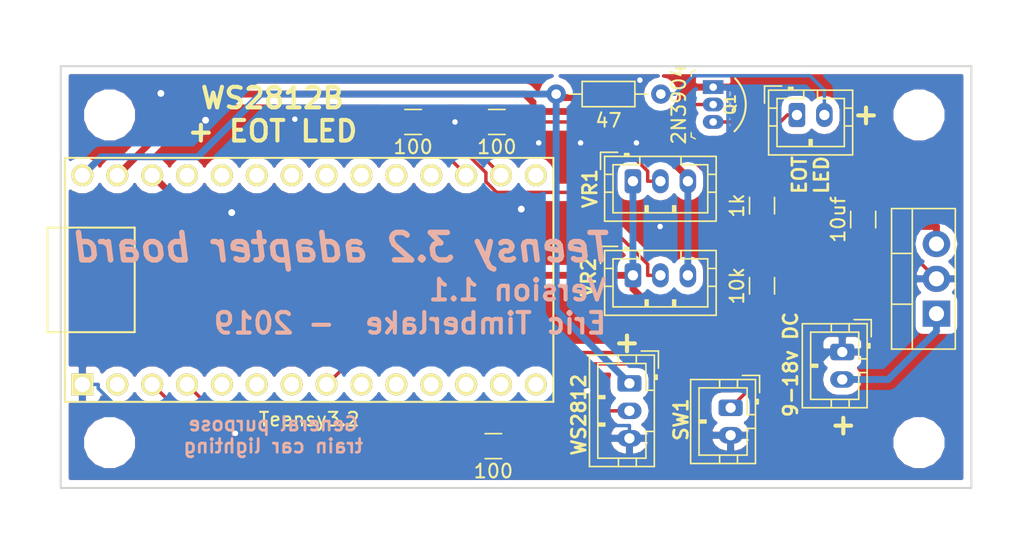
<source format=kicad_pcb>
(kicad_pcb (version 20171130) (host pcbnew "(5.0.2-5)-5")

  (general
    (thickness 1.6)
    (drawings 17)
    (tracks 128)
    (zones 0)
    (modules 20)
    (nets 36)
  )

  (page A4)
  (layers
    (0 F.Cu signal)
    (31 B.Cu signal)
    (32 B.Adhes user hide)
    (33 F.Adhes user hide)
    (34 B.Paste user hide)
    (35 F.Paste user hide)
    (36 B.SilkS user)
    (37 F.SilkS user)
    (38 B.Mask user hide)
    (39 F.Mask user hide)
    (40 Dwgs.User user hide)
    (41 Cmts.User user)
    (42 Eco1.User user)
    (43 Eco2.User user)
    (44 Edge.Cuts user)
    (45 Margin user)
    (46 B.CrtYd user hide)
    (47 F.CrtYd user hide)
    (48 B.Fab user hide)
    (49 F.Fab user hide)
  )

  (setup
    (last_trace_width 0.25)
    (trace_clearance 0.2)
    (zone_clearance 0.508)
    (zone_45_only yes)
    (trace_min 0.2)
    (segment_width 0.2)
    (edge_width 0.15)
    (via_size 0.8)
    (via_drill 0.4)
    (via_min_size 0.4)
    (via_min_drill 0.3)
    (uvia_size 0.3)
    (uvia_drill 0.1)
    (uvias_allowed no)
    (uvia_min_size 0.2)
    (uvia_min_drill 0.1)
    (pcb_text_width 0.3)
    (pcb_text_size 1.5 1.5)
    (mod_edge_width 0.15)
    (mod_text_size 1 1)
    (mod_text_width 0.15)
    (pad_size 1.524 1.524)
    (pad_drill 0.762)
    (pad_to_mask_clearance 0.051)
    (solder_mask_min_width 0.25)
    (aux_axis_origin 0 0)
    (visible_elements FFFFFF7F)
    (pcbplotparams
      (layerselection 0x010fc_ffffffff)
      (usegerberextensions false)
      (usegerberattributes false)
      (usegerberadvancedattributes false)
      (creategerberjobfile false)
      (excludeedgelayer true)
      (linewidth 0.100000)
      (plotframeref false)
      (viasonmask false)
      (mode 1)
      (useauxorigin false)
      (hpglpennumber 1)
      (hpglpenspeed 20)
      (hpglpendiameter 15.000000)
      (psnegative false)
      (psa4output false)
      (plotreference true)
      (plotvalue true)
      (plotinvisibletext false)
      (padsonsilk false)
      (subtractmaskfromsilk false)
      (outputformat 1)
      (mirror false)
      (drillshape 1)
      (scaleselection 1)
      (outputdirectory ""))
  )

  (net 0 "")
  (net 1 +3V3)
  (net 2 +5V)
  (net 3 GND)
  (net 4 "Net-(J1-Pad2)")
  (net 5 "Net-(J2-Pad2)")
  (net 6 GNDA)
  (net 7 "Net-(J3-Pad2)")
  (net 8 "Net-(J4-Pad2)")
  (net 9 "Net-(J5-Pad2)")
  (net 10 "Net-(J5-Pad1)")
  (net 11 POT1)
  (net 12 POT2)
  (net 13 LEDdrive)
  (net 14 EOTledDRV)
  (net 15 "Net-(U2-Pad20)")
  (net 16 "Net-(U2-Pad14)")
  (net 17 "Net-(U2-Pad23)")
  (net 18 "Net-(U2-Pad24)")
  (net 19 "Net-(U2-Pad25)")
  (net 20 "Net-(U2-Pad26)")
  (net 21 "Net-(U2-Pad27)")
  (net 22 "Net-(U2-Pad28)")
  (net 23 "Net-(U2-Pad29)")
  (net 24 "Net-(U2-Pad30)")
  (net 25 "Net-(U2-Pad13)")
  (net 26 "Net-(U2-Pad12)")
  (net 27 "Net-(U2-Pad11)")
  (net 28 "Net-(U2-Pad10)")
  (net 29 "Net-(U2-Pad9)")
  (net 30 "Net-(U2-Pad7)")
  (net 31 "Net-(U2-Pad6)")
  (net 32 "Net-(U2-Pad5)")
  (net 33 Switch1)
  (net 34 "Net-(U2-Pad2)")
  (net 35 "Net-(Q1-Pad2)")

  (net_class Default "This is the default net class."
    (clearance 0.2)
    (trace_width 0.25)
    (via_dia 0.8)
    (via_drill 0.4)
    (uvia_dia 0.3)
    (uvia_drill 0.1)
    (add_net EOTledDRV)
    (add_net GND)
    (add_net LEDdrive)
    (add_net "Net-(J1-Pad2)")
    (add_net "Net-(J2-Pad2)")
    (add_net "Net-(J3-Pad2)")
    (add_net "Net-(J5-Pad1)")
    (add_net "Net-(J5-Pad2)")
    (add_net "Net-(Q1-Pad2)")
    (add_net "Net-(U2-Pad10)")
    (add_net "Net-(U2-Pad11)")
    (add_net "Net-(U2-Pad12)")
    (add_net "Net-(U2-Pad13)")
    (add_net "Net-(U2-Pad14)")
    (add_net "Net-(U2-Pad2)")
    (add_net "Net-(U2-Pad20)")
    (add_net "Net-(U2-Pad23)")
    (add_net "Net-(U2-Pad24)")
    (add_net "Net-(U2-Pad25)")
    (add_net "Net-(U2-Pad26)")
    (add_net "Net-(U2-Pad27)")
    (add_net "Net-(U2-Pad28)")
    (add_net "Net-(U2-Pad29)")
    (add_net "Net-(U2-Pad30)")
    (add_net "Net-(U2-Pad5)")
    (add_net "Net-(U2-Pad6)")
    (add_net "Net-(U2-Pad7)")
    (add_net "Net-(U2-Pad9)")
    (add_net POT1)
    (add_net POT2)
    (add_net Switch1)
  )

  (net_class fivevolts ""
    (clearance 0.2)
    (trace_width 0.5)
    (via_dia 1)
    (via_drill 0.5)
    (uvia_dia 0.3)
    (uvia_drill 0.1)
    (add_net +3V3)
    (add_net +5V)
    (add_net GNDA)
    (add_net "Net-(J4-Pad2)")
  )

  (module teensy:Teensy30_31_32_LC_less_pins (layer F.Cu) (tedit 5D74CE44) (tstamp 5DA05EAF)
    (at 126.7968 87.1982)
    (path /5D71EE5B)
    (fp_text reference U2 (at 0 -10.16) (layer F.SilkS) hide
      (effects (font (size 1 1) (thickness 0.15)))
    )
    (fp_text value Teensy3.2 (at 0 10.16) (layer F.SilkS)
      (effects (font (size 1 1) (thickness 0.15)))
    )
    (fp_line (start -17.78 3.81) (end -19.05 3.81) (layer F.SilkS) (width 0.15))
    (fp_line (start -19.05 3.81) (end -19.05 -3.81) (layer F.SilkS) (width 0.15))
    (fp_line (start -19.05 -3.81) (end -17.78 -3.81) (layer F.SilkS) (width 0.15))
    (fp_line (start -12.7 3.81) (end -12.7 -3.81) (layer F.SilkS) (width 0.15))
    (fp_line (start -12.7 -3.81) (end -17.78 -3.81) (layer F.SilkS) (width 0.15))
    (fp_line (start -12.7 3.81) (end -17.78 3.81) (layer F.SilkS) (width 0.15))
    (fp_line (start -17.78 -8.89) (end 17.78 -8.89) (layer F.SilkS) (width 0.15))
    (fp_line (start 17.78 -8.89) (end 17.78 8.89) (layer F.SilkS) (width 0.15))
    (fp_line (start 17.78 8.89) (end -17.78 8.89) (layer F.SilkS) (width 0.15))
    (fp_line (start -17.78 8.89) (end -17.78 -8.89) (layer F.SilkS) (width 0.15))
    (pad 20 thru_hole circle (at 16.51 -7.62) (size 1.6 1.6) (drill 1.1) (layers *.Cu *.Mask F.SilkS)
      (net 15 "Net-(U2-Pad20)"))
    (pad 14 thru_hole circle (at 16.51 7.62) (size 1.6 1.6) (drill 1.1) (layers *.Cu *.Mask F.SilkS)
      (net 16 "Net-(U2-Pad14)"))
    (pad 21 thru_hole circle (at 13.97 -7.62) (size 1.6 1.6) (drill 1.1) (layers *.Cu *.Mask F.SilkS)
      (net 11 POT1))
    (pad 22 thru_hole circle (at 11.43 -7.62) (size 1.6 1.6) (drill 1.1) (layers *.Cu *.Mask F.SilkS)
      (net 12 POT2))
    (pad 23 thru_hole circle (at 8.89 -7.62) (size 1.6 1.6) (drill 1.1) (layers *.Cu *.Mask F.SilkS)
      (net 17 "Net-(U2-Pad23)"))
    (pad 24 thru_hole circle (at 6.35 -7.62) (size 1.6 1.6) (drill 1.1) (layers *.Cu *.Mask F.SilkS)
      (net 18 "Net-(U2-Pad24)"))
    (pad 25 thru_hole circle (at 3.81 -7.62) (size 1.6 1.6) (drill 1.1) (layers *.Cu *.Mask F.SilkS)
      (net 19 "Net-(U2-Pad25)"))
    (pad 26 thru_hole circle (at 1.27 -7.62) (size 1.6 1.6) (drill 1.1) (layers *.Cu *.Mask F.SilkS)
      (net 20 "Net-(U2-Pad26)"))
    (pad 27 thru_hole circle (at -1.27 -7.62) (size 1.6 1.6) (drill 1.1) (layers *.Cu *.Mask F.SilkS)
      (net 21 "Net-(U2-Pad27)"))
    (pad 28 thru_hole circle (at -3.81 -7.62) (size 1.6 1.6) (drill 1.1) (layers *.Cu *.Mask F.SilkS)
      (net 22 "Net-(U2-Pad28)"))
    (pad 29 thru_hole circle (at -6.35 -7.62) (size 1.6 1.6) (drill 1.1) (layers *.Cu *.Mask F.SilkS)
      (net 23 "Net-(U2-Pad29)"))
    (pad 30 thru_hole circle (at -8.89 -7.62) (size 1.6 1.6) (drill 1.1) (layers *.Cu *.Mask F.SilkS)
      (net 24 "Net-(U2-Pad30)"))
    (pad 31 thru_hole circle (at -11.43 -7.62) (size 1.6 1.6) (drill 1.1) (layers *.Cu *.Mask F.SilkS)
      (net 1 +3V3))
    (pad 32 thru_hole circle (at -13.97 -7.62) (size 1.6 1.6) (drill 1.1) (layers *.Cu *.Mask F.SilkS)
      (net 6 GNDA))
    (pad 33 thru_hole circle (at -16.51 -7.62) (size 1.6 1.6) (drill 1.1) (layers *.Cu *.Mask F.SilkS)
      (net 2 +5V))
    (pad 13 thru_hole circle (at 13.97 7.62) (size 1.6 1.6) (drill 1.1) (layers *.Cu *.Mask F.SilkS)
      (net 25 "Net-(U2-Pad13)"))
    (pad 12 thru_hole circle (at 11.43 7.62) (size 1.6 1.6) (drill 1.1) (layers *.Cu *.Mask F.SilkS)
      (net 26 "Net-(U2-Pad12)"))
    (pad 11 thru_hole circle (at 8.89 7.62) (size 1.6 1.6) (drill 1.1) (layers *.Cu *.Mask F.SilkS)
      (net 27 "Net-(U2-Pad11)"))
    (pad 10 thru_hole circle (at 6.35 7.62) (size 1.6 1.6) (drill 1.1) (layers *.Cu *.Mask F.SilkS)
      (net 28 "Net-(U2-Pad10)"))
    (pad 9 thru_hole circle (at 3.81 7.62) (size 1.6 1.6) (drill 1.1) (layers *.Cu *.Mask F.SilkS)
      (net 29 "Net-(U2-Pad9)"))
    (pad 8 thru_hole circle (at 1.27 7.62) (size 1.6 1.6) (drill 1.1) (layers *.Cu *.Mask F.SilkS)
      (net 14 EOTledDRV))
    (pad 7 thru_hole circle (at -1.27 7.62) (size 1.6 1.6) (drill 1.1) (layers *.Cu *.Mask F.SilkS)
      (net 30 "Net-(U2-Pad7)"))
    (pad 6 thru_hole circle (at -3.81 7.62) (size 1.6 1.6) (drill 1.1) (layers *.Cu *.Mask F.SilkS)
      (net 31 "Net-(U2-Pad6)"))
    (pad 5 thru_hole circle (at -6.35 7.62) (size 1.6 1.6) (drill 1.1) (layers *.Cu *.Mask F.SilkS)
      (net 32 "Net-(U2-Pad5)"))
    (pad 4 thru_hole circle (at -8.89 7.62) (size 1.6 1.6) (drill 1.1) (layers *.Cu *.Mask F.SilkS)
      (net 33 Switch1))
    (pad 3 thru_hole circle (at -11.43 7.62) (size 1.6 1.6) (drill 1.1) (layers *.Cu *.Mask F.SilkS)
      (net 13 LEDdrive))
    (pad 2 thru_hole circle (at -13.97 7.62) (size 1.6 1.6) (drill 1.1) (layers *.Cu *.Mask F.SilkS)
      (net 34 "Net-(U2-Pad2)"))
    (pad 1 thru_hole rect (at -16.51 7.62) (size 1.6 1.6) (drill 1.1) (layers *.Cu *.Mask F.SilkS)
      (net 3 GND))
  )

  (module Resistor_THT:R_Axial_DIN0204_L3.6mm_D1.6mm_P7.62mm_Horizontal (layer F.Cu) (tedit 5D74CDEB) (tstamp 5D838AFE)
    (at 144.78 73.66)
    (descr "Resistor, Axial_DIN0204 series, Axial, Horizontal, pin pitch=7.62mm, 0.167W, length*diameter=3.6*1.6mm^2, http://cdn-reichelt.de/documents/datenblatt/B400/1_4W%23YAG.pdf")
    (tags "Resistor Axial_DIN0204 series Axial Horizontal pin pitch 7.62mm 0.167W length 3.6mm diameter 1.6mm")
    (path /5D720926)
    (fp_text reference R5 (at 3.81 -1.92) (layer F.SilkS) hide
      (effects (font (size 1 1) (thickness 0.15)))
    )
    (fp_text value 47 (at 3.81 1.92) (layer F.SilkS)
      (effects (font (size 1 1) (thickness 0.15)))
    )
    (fp_line (start 2.01 -0.8) (end 2.01 0.8) (layer F.Fab) (width 0.1))
    (fp_line (start 2.01 0.8) (end 5.61 0.8) (layer F.Fab) (width 0.1))
    (fp_line (start 5.61 0.8) (end 5.61 -0.8) (layer F.Fab) (width 0.1))
    (fp_line (start 5.61 -0.8) (end 2.01 -0.8) (layer F.Fab) (width 0.1))
    (fp_line (start 0 0) (end 2.01 0) (layer F.Fab) (width 0.1))
    (fp_line (start 7.62 0) (end 5.61 0) (layer F.Fab) (width 0.1))
    (fp_line (start 1.89 -0.92) (end 1.89 0.92) (layer F.SilkS) (width 0.12))
    (fp_line (start 1.89 0.92) (end 5.73 0.92) (layer F.SilkS) (width 0.12))
    (fp_line (start 5.73 0.92) (end 5.73 -0.92) (layer F.SilkS) (width 0.12))
    (fp_line (start 5.73 -0.92) (end 1.89 -0.92) (layer F.SilkS) (width 0.12))
    (fp_line (start 0.94 0) (end 1.89 0) (layer F.SilkS) (width 0.12))
    (fp_line (start 6.68 0) (end 5.73 0) (layer F.SilkS) (width 0.12))
    (fp_line (start -0.95 -1.05) (end -0.95 1.05) (layer F.CrtYd) (width 0.05))
    (fp_line (start -0.95 1.05) (end 8.57 1.05) (layer F.CrtYd) (width 0.05))
    (fp_line (start 8.57 1.05) (end 8.57 -1.05) (layer F.CrtYd) (width 0.05))
    (fp_line (start 8.57 -1.05) (end -0.95 -1.05) (layer F.CrtYd) (width 0.05))
    (fp_text user %R (at 3.81 0) (layer F.Fab)
      (effects (font (size 0.72 0.72) (thickness 0.108)))
    )
    (pad 1 thru_hole circle (at 0 0) (size 1.4 1.4) (drill 0.7) (layers *.Cu *.Mask)
      (net 2 +5V))
    (pad 2 thru_hole oval (at 7.62 0) (size 1.4 1.4) (drill 0.7) (layers *.Cu *.Mask)
      (net 9 "Net-(J5-Pad2)"))
    (model ${KISYS3DMOD}/Resistor_THT.3dshapes/R_Axial_DIN0204_L3.6mm_D1.6mm_P7.62mm_Horizontal.wrl
      (at (xyz 0 0 0))
      (scale (xyz 1 1 1))
      (rotate (xyz 0 0 0))
    )
  )

  (module Capacitor_SMD:C_1206_3216Metric (layer F.Cu) (tedit 5D74CDB1) (tstamp 5D838964)
    (at 167.132 82.804 270)
    (descr "Capacitor SMD 1206 (3216 Metric), square (rectangular) end terminal, IPC_7351 nominal, (Body size source: http://www.tortai-tech.com/upload/download/2011102023233369053.pdf), generated with kicad-footprint-generator")
    (tags capacitor)
    (path /5D725216)
    (attr smd)
    (fp_text reference C1 (at 0 -1.82 270) (layer F.SilkS) hide
      (effects (font (size 1 1) (thickness 0.15)))
    )
    (fp_text value 10uf (at 0 1.82 270) (layer F.SilkS)
      (effects (font (size 1 1) (thickness 0.15)))
    )
    (fp_line (start -1.6 0.8) (end -1.6 -0.8) (layer F.Fab) (width 0.1))
    (fp_line (start -1.6 -0.8) (end 1.6 -0.8) (layer F.Fab) (width 0.1))
    (fp_line (start 1.6 -0.8) (end 1.6 0.8) (layer F.Fab) (width 0.1))
    (fp_line (start 1.6 0.8) (end -1.6 0.8) (layer F.Fab) (width 0.1))
    (fp_line (start -0.602064 -0.91) (end 0.602064 -0.91) (layer F.SilkS) (width 0.12))
    (fp_line (start -0.602064 0.91) (end 0.602064 0.91) (layer F.SilkS) (width 0.12))
    (fp_line (start -2.28 1.12) (end -2.28 -1.12) (layer F.CrtYd) (width 0.05))
    (fp_line (start -2.28 -1.12) (end 2.28 -1.12) (layer F.CrtYd) (width 0.05))
    (fp_line (start 2.28 -1.12) (end 2.28 1.12) (layer F.CrtYd) (width 0.05))
    (fp_line (start 2.28 1.12) (end -2.28 1.12) (layer F.CrtYd) (width 0.05))
    (fp_text user %R (at 0 0 270) (layer F.Fab)
      (effects (font (size 0.8 0.8) (thickness 0.12)))
    )
    (pad 1 smd roundrect (at -1.4 0 270) (size 1.25 1.75) (layers F.Cu F.Paste F.Mask) (roundrect_rratio 0.2)
      (net 2 +5V))
    (pad 2 smd roundrect (at 1.4 0 270) (size 1.25 1.75) (layers F.Cu F.Paste F.Mask) (roundrect_rratio 0.2)
      (net 3 GND))
    (model ${KISYS3DMOD}/Capacitor_SMD.3dshapes/C_1206_3216Metric.wrl
      (at (xyz 0 0 0))
      (scale (xyz 1 1 1))
      (rotate (xyz 0 0 0))
    )
  )

  (module digikey-footprints:TO-92-3 (layer F.Cu) (tedit 5D74CAA4) (tstamp 5D838AA3)
    (at 156.21 73.152 270)
    (descr http://www.ti.com/lit/ds/symlink/tl431a.pdf)
    (path /5D71FA83)
    (fp_text reference Q1 (at 1.27 -3.35 270) (layer F.SilkS) hide
      (effects (font (size 1 1) (thickness 0.15)))
    )
    (fp_text value 2N3904 (at 1.27 2.5 270) (layer F.SilkS)
      (effects (font (size 1 1) (thickness 0.15)))
    )
    (fp_text user %R (at 1.27 -1.25 90) (layer F.SilkS)
      (effects (font (size 0.75 0.75) (thickness 0.15)))
    )
    (fp_line (start -1.08 1.6) (end -1.23 1.3) (layer F.SilkS) (width 0.1))
    (fp_line (start -0.78 1.6) (end -1.08 1.6) (layer F.SilkS) (width 0.1))
    (fp_line (start 3.62 1.6) (end 3.32 1.6) (layer F.SilkS) (width 0.1))
    (fp_line (start 3.62 1.6) (end 3.77 1.3) (layer F.SilkS) (width 0.1))
    (fp_line (start 4.17 1.75) (end 4.17 -2.5) (layer F.CrtYd) (width 0.05))
    (fp_line (start -1.63 1.75) (end -1.63 -2.5) (layer F.CrtYd) (width 0.05))
    (fp_line (start -1.63 1.75) (end 4.17 1.75) (layer F.CrtYd) (width 0.05))
    (fp_line (start -1.63 -2.5) (end 4.17 -2.5) (layer F.CrtYd) (width 0.05))
    (fp_arc (start 1.27 0.3) (end -1.33 0.3) (angle 90) (layer F.Fab) (width 0.15))
    (fp_arc (start 1.27 0.3) (end -1.03 1.5) (angle 235) (layer F.Fab) (width 0.15))
    (fp_line (start 3.57 1.5) (end -1.03 1.5) (layer F.Fab) (width 0.15))
    (fp_arc (start 1.27 0.35) (end -0.63 -1.6) (angle 90) (layer F.SilkS) (width 0.15))
    (pad 1 thru_hole rect (at 0 0 90) (size 1 1.5) (drill 0.55) (layers *.Cu *.Mask)
      (net 3 GND))
    (pad 3 thru_hole oval (at 2.54 0 90) (size 1 1.5) (drill 0.55) (layers *.Cu *.Mask)
      (net 10 "Net-(J5-Pad1)"))
    (pad 2 thru_hole oval (at 1.27 0 90) (size 1 1.5) (drill 0.55) (layers *.Cu *.Mask)
      (net 35 "Net-(Q1-Pad2)"))
  )

  (module MountingHole:MountingHole_2.7mm_M2.5 (layer F.Cu) (tedit 56D1B4CB) (tstamp 5D83896C)
    (at 112.268 99.06)
    (descr "Mounting Hole 2.7mm, no annular, M2.5")
    (tags "mounting hole 2.7mm no annular m2.5")
    (path /5D729BEC)
    (attr virtual)
    (fp_text reference H1 (at 0 -3.7) (layer F.SilkS) hide
      (effects (font (size 1 1) (thickness 0.15)))
    )
    (fp_text value MountingHole (at 0 3.7) (layer F.Fab) hide
      (effects (font (size 1 1) (thickness 0.15)))
    )
    (fp_circle (center 0 0) (end 2.95 0) (layer F.CrtYd) (width 0.05))
    (fp_circle (center 0 0) (end 2.7 0) (layer Cmts.User) (width 0.15))
    (fp_text user %R (at 0.3 0) (layer F.Fab)
      (effects (font (size 1 1) (thickness 0.15)))
    )
    (pad 1 np_thru_hole circle (at 0 0) (size 2.7 2.7) (drill 2.7) (layers *.Cu *.Mask))
  )

  (module MountingHole:MountingHole_2.7mm_M2.5 (layer F.Cu) (tedit 56D1B4CB) (tstamp 5D838974)
    (at 112.268 75.184)
    (descr "Mounting Hole 2.7mm, no annular, M2.5")
    (tags "mounting hole 2.7mm no annular m2.5")
    (path /5D729C66)
    (attr virtual)
    (fp_text reference H2 (at 0 -3.7) (layer F.SilkS) hide
      (effects (font (size 1 1) (thickness 0.15)))
    )
    (fp_text value MountingHole (at 0 3.7) (layer F.Fab) hide
      (effects (font (size 1 1) (thickness 0.15)))
    )
    (fp_circle (center 0 0) (end 2.95 0) (layer F.CrtYd) (width 0.05))
    (fp_circle (center 0 0) (end 2.7 0) (layer Cmts.User) (width 0.15))
    (fp_text user %R (at 0.3 0) (layer F.Fab)
      (effects (font (size 1 1) (thickness 0.15)))
    )
    (pad 1 np_thru_hole circle (at 0 0) (size 2.7 2.7) (drill 2.7) (layers *.Cu *.Mask))
  )

  (module MountingHole:MountingHole_2.7mm_M2.5 (layer F.Cu) (tedit 56D1B4CB) (tstamp 5D83897C)
    (at 171.196 75.184)
    (descr "Mounting Hole 2.7mm, no annular, M2.5")
    (tags "mounting hole 2.7mm no annular m2.5")
    (path /5D729CD5)
    (attr virtual)
    (fp_text reference H3 (at 0 -3.7) (layer F.SilkS) hide
      (effects (font (size 1 1) (thickness 0.15)))
    )
    (fp_text value MountingHole (at 0 3.7) (layer F.Fab) hide
      (effects (font (size 1 1) (thickness 0.15)))
    )
    (fp_circle (center 0 0) (end 2.95 0) (layer F.CrtYd) (width 0.05))
    (fp_circle (center 0 0) (end 2.7 0) (layer Cmts.User) (width 0.15))
    (fp_text user %R (at 0.3 0) (layer F.Fab)
      (effects (font (size 1 1) (thickness 0.15)))
    )
    (pad 1 np_thru_hole circle (at 0 0) (size 2.7 2.7) (drill 2.7) (layers *.Cu *.Mask))
  )

  (module MountingHole:MountingHole_2.7mm_M2.5 (layer F.Cu) (tedit 56D1B4CB) (tstamp 5D838984)
    (at 171.196 99.06)
    (descr "Mounting Hole 2.7mm, no annular, M2.5")
    (tags "mounting hole 2.7mm no annular m2.5")
    (path /5D729D4D)
    (attr virtual)
    (fp_text reference H4 (at 0 -3.7) (layer F.SilkS) hide
      (effects (font (size 1 1) (thickness 0.15)))
    )
    (fp_text value MountingHole (at 0 3.7) (layer F.Fab) hide
      (effects (font (size 1 1) (thickness 0.15)))
    )
    (fp_circle (center 0 0) (end 2.95 0) (layer F.CrtYd) (width 0.05))
    (fp_circle (center 0 0) (end 2.7 0) (layer Cmts.User) (width 0.15))
    (fp_text user %R (at 0.3 0) (layer F.Fab)
      (effects (font (size 1 1) (thickness 0.15)))
    )
    (pad 1 np_thru_hole circle (at 0 0) (size 2.7 2.7) (drill 2.7) (layers *.Cu *.Mask))
  )

  (module Connector_JST:JST_PH_B3B-PH-K_1x03_P2.00mm_Vertical (layer F.Cu) (tedit 5B7745C2) (tstamp 5D8389B3)
    (at 150.114 94.742 270)
    (descr "JST PH series connector, B3B-PH-K (http://www.jst-mfg.com/product/pdf/eng/ePH.pdf), generated with kicad-footprint-generator")
    (tags "connector JST PH side entry")
    (path /5D726FB9)
    (fp_text reference J1 (at 2 -2.9 270) (layer F.SilkS) hide
      (effects (font (size 1 1) (thickness 0.15)))
    )
    (fp_text value "WS2812 string" (at 1.778 4.064 270) (layer F.Fab)
      (effects (font (size 1 1) (thickness 0.15)))
    )
    (fp_text user %R (at 2 1.5 270) (layer F.Fab)
      (effects (font (size 1 1) (thickness 0.15)))
    )
    (fp_line (start 6.45 -2.2) (end -2.45 -2.2) (layer F.CrtYd) (width 0.05))
    (fp_line (start 6.45 3.3) (end 6.45 -2.2) (layer F.CrtYd) (width 0.05))
    (fp_line (start -2.45 3.3) (end 6.45 3.3) (layer F.CrtYd) (width 0.05))
    (fp_line (start -2.45 -2.2) (end -2.45 3.3) (layer F.CrtYd) (width 0.05))
    (fp_line (start 5.95 -1.7) (end -1.95 -1.7) (layer F.Fab) (width 0.1))
    (fp_line (start 5.95 2.8) (end 5.95 -1.7) (layer F.Fab) (width 0.1))
    (fp_line (start -1.95 2.8) (end 5.95 2.8) (layer F.Fab) (width 0.1))
    (fp_line (start -1.95 -1.7) (end -1.95 2.8) (layer F.Fab) (width 0.1))
    (fp_line (start -2.36 -2.11) (end -2.36 -0.86) (layer F.Fab) (width 0.1))
    (fp_line (start -1.11 -2.11) (end -2.36 -2.11) (layer F.Fab) (width 0.1))
    (fp_line (start -2.36 -2.11) (end -2.36 -0.86) (layer F.SilkS) (width 0.12))
    (fp_line (start -1.11 -2.11) (end -2.36 -2.11) (layer F.SilkS) (width 0.12))
    (fp_line (start 3 2.3) (end 3 1.8) (layer F.SilkS) (width 0.12))
    (fp_line (start 3.1 1.8) (end 3.1 2.3) (layer F.SilkS) (width 0.12))
    (fp_line (start 2.9 1.8) (end 3.1 1.8) (layer F.SilkS) (width 0.12))
    (fp_line (start 2.9 2.3) (end 2.9 1.8) (layer F.SilkS) (width 0.12))
    (fp_line (start 1 2.3) (end 1 1.8) (layer F.SilkS) (width 0.12))
    (fp_line (start 1.1 1.8) (end 1.1 2.3) (layer F.SilkS) (width 0.12))
    (fp_line (start 0.9 1.8) (end 1.1 1.8) (layer F.SilkS) (width 0.12))
    (fp_line (start 0.9 2.3) (end 0.9 1.8) (layer F.SilkS) (width 0.12))
    (fp_line (start 6.06 0.8) (end 5.45 0.8) (layer F.SilkS) (width 0.12))
    (fp_line (start 6.06 -0.5) (end 5.45 -0.5) (layer F.SilkS) (width 0.12))
    (fp_line (start -2.06 0.8) (end -1.45 0.8) (layer F.SilkS) (width 0.12))
    (fp_line (start -2.06 -0.5) (end -1.45 -0.5) (layer F.SilkS) (width 0.12))
    (fp_line (start 3.5 -1.2) (end 3.5 -1.81) (layer F.SilkS) (width 0.12))
    (fp_line (start 5.45 -1.2) (end 3.5 -1.2) (layer F.SilkS) (width 0.12))
    (fp_line (start 5.45 2.3) (end 5.45 -1.2) (layer F.SilkS) (width 0.12))
    (fp_line (start -1.45 2.3) (end 5.45 2.3) (layer F.SilkS) (width 0.12))
    (fp_line (start -1.45 -1.2) (end -1.45 2.3) (layer F.SilkS) (width 0.12))
    (fp_line (start 0.5 -1.2) (end -1.45 -1.2) (layer F.SilkS) (width 0.12))
    (fp_line (start 0.5 -1.81) (end 0.5 -1.2) (layer F.SilkS) (width 0.12))
    (fp_line (start -0.3 -1.91) (end -0.6 -1.91) (layer F.SilkS) (width 0.12))
    (fp_line (start -0.6 -2.01) (end -0.6 -1.81) (layer F.SilkS) (width 0.12))
    (fp_line (start -0.3 -2.01) (end -0.6 -2.01) (layer F.SilkS) (width 0.12))
    (fp_line (start -0.3 -1.81) (end -0.3 -2.01) (layer F.SilkS) (width 0.12))
    (fp_line (start 6.06 -1.81) (end -2.06 -1.81) (layer F.SilkS) (width 0.12))
    (fp_line (start 6.06 2.91) (end 6.06 -1.81) (layer F.SilkS) (width 0.12))
    (fp_line (start -2.06 2.91) (end 6.06 2.91) (layer F.SilkS) (width 0.12))
    (fp_line (start -2.06 -1.81) (end -2.06 2.91) (layer F.SilkS) (width 0.12))
    (pad 3 thru_hole oval (at 4 0 270) (size 1.2 1.75) (drill 0.75) (layers *.Cu *.Mask)
      (net 3 GND))
    (pad 2 thru_hole oval (at 2 0 270) (size 1.2 1.75) (drill 0.75) (layers *.Cu *.Mask)
      (net 4 "Net-(J1-Pad2)"))
    (pad 1 thru_hole roundrect (at 0 0 270) (size 1.2 1.75) (drill 0.75) (layers *.Cu *.Mask) (roundrect_rratio 0.208333)
      (net 2 +5V))
    (model ${KISYS3DMOD}/Connector_JST.3dshapes/JST_PH_B3B-PH-K_1x03_P2.00mm_Vertical.wrl
      (at (xyz 0 0 0))
      (scale (xyz 1 1 1))
      (rotate (xyz 0 0 0))
    )
  )

  (module Connector_JST:JST_PH_B3B-PH-K_1x03_P2.00mm_Vertical (layer F.Cu) (tedit 5B7745C2) (tstamp 5D8389E2)
    (at 150.368 86.868)
    (descr "JST PH series connector, B3B-PH-K (http://www.jst-mfg.com/product/pdf/eng/ePH.pdf), generated with kicad-footprint-generator")
    (tags "connector JST PH side entry")
    (path /5D7540B3)
    (fp_text reference J2 (at 2 -2.9) (layer F.SilkS) hide
      (effects (font (size 1 1) (thickness 0.15)))
    )
    (fp_text value VR2 (at 2 4) (layer F.Fab)
      (effects (font (size 1 1) (thickness 0.15)))
    )
    (fp_text user %R (at 2 1.5) (layer F.Fab)
      (effects (font (size 1 1) (thickness 0.15)))
    )
    (fp_line (start 6.45 -2.2) (end -2.45 -2.2) (layer F.CrtYd) (width 0.05))
    (fp_line (start 6.45 3.3) (end 6.45 -2.2) (layer F.CrtYd) (width 0.05))
    (fp_line (start -2.45 3.3) (end 6.45 3.3) (layer F.CrtYd) (width 0.05))
    (fp_line (start -2.45 -2.2) (end -2.45 3.3) (layer F.CrtYd) (width 0.05))
    (fp_line (start 5.95 -1.7) (end -1.95 -1.7) (layer F.Fab) (width 0.1))
    (fp_line (start 5.95 2.8) (end 5.95 -1.7) (layer F.Fab) (width 0.1))
    (fp_line (start -1.95 2.8) (end 5.95 2.8) (layer F.Fab) (width 0.1))
    (fp_line (start -1.95 -1.7) (end -1.95 2.8) (layer F.Fab) (width 0.1))
    (fp_line (start -2.36 -2.11) (end -2.36 -0.86) (layer F.Fab) (width 0.1))
    (fp_line (start -1.11 -2.11) (end -2.36 -2.11) (layer F.Fab) (width 0.1))
    (fp_line (start -2.36 -2.11) (end -2.36 -0.86) (layer F.SilkS) (width 0.12))
    (fp_line (start -1.11 -2.11) (end -2.36 -2.11) (layer F.SilkS) (width 0.12))
    (fp_line (start 3 2.3) (end 3 1.8) (layer F.SilkS) (width 0.12))
    (fp_line (start 3.1 1.8) (end 3.1 2.3) (layer F.SilkS) (width 0.12))
    (fp_line (start 2.9 1.8) (end 3.1 1.8) (layer F.SilkS) (width 0.12))
    (fp_line (start 2.9 2.3) (end 2.9 1.8) (layer F.SilkS) (width 0.12))
    (fp_line (start 1 2.3) (end 1 1.8) (layer F.SilkS) (width 0.12))
    (fp_line (start 1.1 1.8) (end 1.1 2.3) (layer F.SilkS) (width 0.12))
    (fp_line (start 0.9 1.8) (end 1.1 1.8) (layer F.SilkS) (width 0.12))
    (fp_line (start 0.9 2.3) (end 0.9 1.8) (layer F.SilkS) (width 0.12))
    (fp_line (start 6.06 0.8) (end 5.45 0.8) (layer F.SilkS) (width 0.12))
    (fp_line (start 6.06 -0.5) (end 5.45 -0.5) (layer F.SilkS) (width 0.12))
    (fp_line (start -2.06 0.8) (end -1.45 0.8) (layer F.SilkS) (width 0.12))
    (fp_line (start -2.06 -0.5) (end -1.45 -0.5) (layer F.SilkS) (width 0.12))
    (fp_line (start 3.5 -1.2) (end 3.5 -1.81) (layer F.SilkS) (width 0.12))
    (fp_line (start 5.45 -1.2) (end 3.5 -1.2) (layer F.SilkS) (width 0.12))
    (fp_line (start 5.45 2.3) (end 5.45 -1.2) (layer F.SilkS) (width 0.12))
    (fp_line (start -1.45 2.3) (end 5.45 2.3) (layer F.SilkS) (width 0.12))
    (fp_line (start -1.45 -1.2) (end -1.45 2.3) (layer F.SilkS) (width 0.12))
    (fp_line (start 0.5 -1.2) (end -1.45 -1.2) (layer F.SilkS) (width 0.12))
    (fp_line (start 0.5 -1.81) (end 0.5 -1.2) (layer F.SilkS) (width 0.12))
    (fp_line (start -0.3 -1.91) (end -0.6 -1.91) (layer F.SilkS) (width 0.12))
    (fp_line (start -0.6 -2.01) (end -0.6 -1.81) (layer F.SilkS) (width 0.12))
    (fp_line (start -0.3 -2.01) (end -0.6 -2.01) (layer F.SilkS) (width 0.12))
    (fp_line (start -0.3 -1.81) (end -0.3 -2.01) (layer F.SilkS) (width 0.12))
    (fp_line (start 6.06 -1.81) (end -2.06 -1.81) (layer F.SilkS) (width 0.12))
    (fp_line (start 6.06 2.91) (end 6.06 -1.81) (layer F.SilkS) (width 0.12))
    (fp_line (start -2.06 2.91) (end 6.06 2.91) (layer F.SilkS) (width 0.12))
    (fp_line (start -2.06 -1.81) (end -2.06 2.91) (layer F.SilkS) (width 0.12))
    (pad 3 thru_hole oval (at 4 0) (size 1.2 1.75) (drill 0.75) (layers *.Cu *.Mask)
      (net 6 GNDA))
    (pad 2 thru_hole oval (at 2 0) (size 1.2 1.75) (drill 0.75) (layers *.Cu *.Mask)
      (net 5 "Net-(J2-Pad2)"))
    (pad 1 thru_hole roundrect (at 0 0) (size 1.2 1.75) (drill 0.75) (layers *.Cu *.Mask) (roundrect_rratio 0.208333)
      (net 1 +3V3))
    (model ${KISYS3DMOD}/Connector_JST.3dshapes/JST_PH_B3B-PH-K_1x03_P2.00mm_Vertical.wrl
      (at (xyz 0 0 0))
      (scale (xyz 1 1 1))
      (rotate (xyz 0 0 0))
    )
  )

  (module Connector_JST:JST_PH_B3B-PH-K_1x03_P2.00mm_Vertical (layer F.Cu) (tedit 5B7745C2) (tstamp 5D838A11)
    (at 150.368 80.01)
    (descr "JST PH series connector, B3B-PH-K (http://www.jst-mfg.com/product/pdf/eng/ePH.pdf), generated with kicad-footprint-generator")
    (tags "connector JST PH side entry")
    (path /5D751A64)
    (fp_text reference J3 (at 2 -2.9) (layer F.SilkS) hide
      (effects (font (size 1 1) (thickness 0.15)))
    )
    (fp_text value VR1 (at 2 4) (layer F.Fab)
      (effects (font (size 1 1) (thickness 0.15)))
    )
    (fp_text user %R (at 2 1.5) (layer F.Fab)
      (effects (font (size 1 1) (thickness 0.15)))
    )
    (fp_line (start 6.45 -2.2) (end -2.45 -2.2) (layer F.CrtYd) (width 0.05))
    (fp_line (start 6.45 3.3) (end 6.45 -2.2) (layer F.CrtYd) (width 0.05))
    (fp_line (start -2.45 3.3) (end 6.45 3.3) (layer F.CrtYd) (width 0.05))
    (fp_line (start -2.45 -2.2) (end -2.45 3.3) (layer F.CrtYd) (width 0.05))
    (fp_line (start 5.95 -1.7) (end -1.95 -1.7) (layer F.Fab) (width 0.1))
    (fp_line (start 5.95 2.8) (end 5.95 -1.7) (layer F.Fab) (width 0.1))
    (fp_line (start -1.95 2.8) (end 5.95 2.8) (layer F.Fab) (width 0.1))
    (fp_line (start -1.95 -1.7) (end -1.95 2.8) (layer F.Fab) (width 0.1))
    (fp_line (start -2.36 -2.11) (end -2.36 -0.86) (layer F.Fab) (width 0.1))
    (fp_line (start -1.11 -2.11) (end -2.36 -2.11) (layer F.Fab) (width 0.1))
    (fp_line (start -2.36 -2.11) (end -2.36 -0.86) (layer F.SilkS) (width 0.12))
    (fp_line (start -1.11 -2.11) (end -2.36 -2.11) (layer F.SilkS) (width 0.12))
    (fp_line (start 3 2.3) (end 3 1.8) (layer F.SilkS) (width 0.12))
    (fp_line (start 3.1 1.8) (end 3.1 2.3) (layer F.SilkS) (width 0.12))
    (fp_line (start 2.9 1.8) (end 3.1 1.8) (layer F.SilkS) (width 0.12))
    (fp_line (start 2.9 2.3) (end 2.9 1.8) (layer F.SilkS) (width 0.12))
    (fp_line (start 1 2.3) (end 1 1.8) (layer F.SilkS) (width 0.12))
    (fp_line (start 1.1 1.8) (end 1.1 2.3) (layer F.SilkS) (width 0.12))
    (fp_line (start 0.9 1.8) (end 1.1 1.8) (layer F.SilkS) (width 0.12))
    (fp_line (start 0.9 2.3) (end 0.9 1.8) (layer F.SilkS) (width 0.12))
    (fp_line (start 6.06 0.8) (end 5.45 0.8) (layer F.SilkS) (width 0.12))
    (fp_line (start 6.06 -0.5) (end 5.45 -0.5) (layer F.SilkS) (width 0.12))
    (fp_line (start -2.06 0.8) (end -1.45 0.8) (layer F.SilkS) (width 0.12))
    (fp_line (start -2.06 -0.5) (end -1.45 -0.5) (layer F.SilkS) (width 0.12))
    (fp_line (start 3.5 -1.2) (end 3.5 -1.81) (layer F.SilkS) (width 0.12))
    (fp_line (start 5.45 -1.2) (end 3.5 -1.2) (layer F.SilkS) (width 0.12))
    (fp_line (start 5.45 2.3) (end 5.45 -1.2) (layer F.SilkS) (width 0.12))
    (fp_line (start -1.45 2.3) (end 5.45 2.3) (layer F.SilkS) (width 0.12))
    (fp_line (start -1.45 -1.2) (end -1.45 2.3) (layer F.SilkS) (width 0.12))
    (fp_line (start 0.5 -1.2) (end -1.45 -1.2) (layer F.SilkS) (width 0.12))
    (fp_line (start 0.5 -1.81) (end 0.5 -1.2) (layer F.SilkS) (width 0.12))
    (fp_line (start -0.3 -1.91) (end -0.6 -1.91) (layer F.SilkS) (width 0.12))
    (fp_line (start -0.6 -2.01) (end -0.6 -1.81) (layer F.SilkS) (width 0.12))
    (fp_line (start -0.3 -2.01) (end -0.6 -2.01) (layer F.SilkS) (width 0.12))
    (fp_line (start -0.3 -1.81) (end -0.3 -2.01) (layer F.SilkS) (width 0.12))
    (fp_line (start 6.06 -1.81) (end -2.06 -1.81) (layer F.SilkS) (width 0.12))
    (fp_line (start 6.06 2.91) (end 6.06 -1.81) (layer F.SilkS) (width 0.12))
    (fp_line (start -2.06 2.91) (end 6.06 2.91) (layer F.SilkS) (width 0.12))
    (fp_line (start -2.06 -1.81) (end -2.06 2.91) (layer F.SilkS) (width 0.12))
    (pad 3 thru_hole oval (at 4 0) (size 1.2 1.75) (drill 0.75) (layers *.Cu *.Mask)
      (net 6 GNDA))
    (pad 2 thru_hole oval (at 2 0) (size 1.2 1.75) (drill 0.75) (layers *.Cu *.Mask)
      (net 7 "Net-(J3-Pad2)"))
    (pad 1 thru_hole roundrect (at 0 0) (size 1.2 1.75) (drill 0.75) (layers *.Cu *.Mask) (roundrect_rratio 0.208333)
      (net 1 +3V3))
    (model ${KISYS3DMOD}/Connector_JST.3dshapes/JST_PH_B3B-PH-K_1x03_P2.00mm_Vertical.wrl
      (at (xyz 0 0 0))
      (scale (xyz 1 1 1))
      (rotate (xyz 0 0 0))
    )
  )

  (module Connector_JST:JST_PH_B2B-PH-K_1x02_P2.00mm_Vertical (layer F.Cu) (tedit 5B7745C2) (tstamp 5D838A3B)
    (at 165.608 92.456 270)
    (descr "JST PH series connector, B2B-PH-K (http://www.jst-mfg.com/product/pdf/eng/ePH.pdf), generated with kicad-footprint-generator")
    (tags "connector JST PH side entry")
    (path /5D75C00E)
    (fp_text reference J4 (at 1 -2.9 270) (layer F.SilkS) hide
      (effects (font (size 1 1) (thickness 0.15)))
    )
    (fp_text value PowerIN (at 1 4 270) (layer F.Fab)
      (effects (font (size 1 1) (thickness 0.15)))
    )
    (fp_text user %R (at 1 1.5 270) (layer F.Fab)
      (effects (font (size 1 1) (thickness 0.15)))
    )
    (fp_line (start 4.45 -2.2) (end -2.45 -2.2) (layer F.CrtYd) (width 0.05))
    (fp_line (start 4.45 3.3) (end 4.45 -2.2) (layer F.CrtYd) (width 0.05))
    (fp_line (start -2.45 3.3) (end 4.45 3.3) (layer F.CrtYd) (width 0.05))
    (fp_line (start -2.45 -2.2) (end -2.45 3.3) (layer F.CrtYd) (width 0.05))
    (fp_line (start 3.95 -1.7) (end -1.95 -1.7) (layer F.Fab) (width 0.1))
    (fp_line (start 3.95 2.8) (end 3.95 -1.7) (layer F.Fab) (width 0.1))
    (fp_line (start -1.95 2.8) (end 3.95 2.8) (layer F.Fab) (width 0.1))
    (fp_line (start -1.95 -1.7) (end -1.95 2.8) (layer F.Fab) (width 0.1))
    (fp_line (start -2.36 -2.11) (end -2.36 -0.86) (layer F.Fab) (width 0.1))
    (fp_line (start -1.11 -2.11) (end -2.36 -2.11) (layer F.Fab) (width 0.1))
    (fp_line (start -2.36 -2.11) (end -2.36 -0.86) (layer F.SilkS) (width 0.12))
    (fp_line (start -1.11 -2.11) (end -2.36 -2.11) (layer F.SilkS) (width 0.12))
    (fp_line (start 1 2.3) (end 1 1.8) (layer F.SilkS) (width 0.12))
    (fp_line (start 1.1 1.8) (end 1.1 2.3) (layer F.SilkS) (width 0.12))
    (fp_line (start 0.9 1.8) (end 1.1 1.8) (layer F.SilkS) (width 0.12))
    (fp_line (start 0.9 2.3) (end 0.9 1.8) (layer F.SilkS) (width 0.12))
    (fp_line (start 4.06 0.8) (end 3.45 0.8) (layer F.SilkS) (width 0.12))
    (fp_line (start 4.06 -0.5) (end 3.45 -0.5) (layer F.SilkS) (width 0.12))
    (fp_line (start -2.06 0.8) (end -1.45 0.8) (layer F.SilkS) (width 0.12))
    (fp_line (start -2.06 -0.5) (end -1.45 -0.5) (layer F.SilkS) (width 0.12))
    (fp_line (start 1.5 -1.2) (end 1.5 -1.81) (layer F.SilkS) (width 0.12))
    (fp_line (start 3.45 -1.2) (end 1.5 -1.2) (layer F.SilkS) (width 0.12))
    (fp_line (start 3.45 2.3) (end 3.45 -1.2) (layer F.SilkS) (width 0.12))
    (fp_line (start -1.45 2.3) (end 3.45 2.3) (layer F.SilkS) (width 0.12))
    (fp_line (start -1.45 -1.2) (end -1.45 2.3) (layer F.SilkS) (width 0.12))
    (fp_line (start 0.5 -1.2) (end -1.45 -1.2) (layer F.SilkS) (width 0.12))
    (fp_line (start 0.5 -1.81) (end 0.5 -1.2) (layer F.SilkS) (width 0.12))
    (fp_line (start -0.3 -1.91) (end -0.6 -1.91) (layer F.SilkS) (width 0.12))
    (fp_line (start -0.6 -2.01) (end -0.6 -1.81) (layer F.SilkS) (width 0.12))
    (fp_line (start -0.3 -2.01) (end -0.6 -2.01) (layer F.SilkS) (width 0.12))
    (fp_line (start -0.3 -1.81) (end -0.3 -2.01) (layer F.SilkS) (width 0.12))
    (fp_line (start 4.06 -1.81) (end -2.06 -1.81) (layer F.SilkS) (width 0.12))
    (fp_line (start 4.06 2.91) (end 4.06 -1.81) (layer F.SilkS) (width 0.12))
    (fp_line (start -2.06 2.91) (end 4.06 2.91) (layer F.SilkS) (width 0.12))
    (fp_line (start -2.06 -1.81) (end -2.06 2.91) (layer F.SilkS) (width 0.12))
    (pad 2 thru_hole oval (at 2 0 270) (size 1.2 1.75) (drill 0.75) (layers *.Cu *.Mask)
      (net 8 "Net-(J4-Pad2)"))
    (pad 1 thru_hole roundrect (at 0 0 270) (size 1.2 1.75) (drill 0.75) (layers *.Cu *.Mask) (roundrect_rratio 0.208333)
      (net 3 GND))
    (model ${KISYS3DMOD}/Connector_JST.3dshapes/JST_PH_B2B-PH-K_1x02_P2.00mm_Vertical.wrl
      (at (xyz 0 0 0))
      (scale (xyz 1 1 1))
      (rotate (xyz 0 0 0))
    )
  )

  (module Connector_JST:JST_PH_B2B-PH-K_1x02_P2.00mm_Vertical (layer F.Cu) (tedit 5B7745C2) (tstamp 5D838A65)
    (at 162.306 75.184)
    (descr "JST PH series connector, B2B-PH-K (http://www.jst-mfg.com/product/pdf/eng/ePH.pdf), generated with kicad-footprint-generator")
    (tags "connector JST PH side entry")
    (path /5D74F9A9)
    (fp_text reference J5 (at 1 -2.9) (layer F.SilkS) hide
      (effects (font (size 1 1) (thickness 0.15)))
    )
    (fp_text value LED (at 1 4) (layer F.Fab)
      (effects (font (size 1 1) (thickness 0.15)))
    )
    (fp_text user %R (at 1 1.5) (layer F.Fab)
      (effects (font (size 1 1) (thickness 0.15)))
    )
    (fp_line (start 4.45 -2.2) (end -2.45 -2.2) (layer F.CrtYd) (width 0.05))
    (fp_line (start 4.45 3.3) (end 4.45 -2.2) (layer F.CrtYd) (width 0.05))
    (fp_line (start -2.45 3.3) (end 4.45 3.3) (layer F.CrtYd) (width 0.05))
    (fp_line (start -2.45 -2.2) (end -2.45 3.3) (layer F.CrtYd) (width 0.05))
    (fp_line (start 3.95 -1.7) (end -1.95 -1.7) (layer F.Fab) (width 0.1))
    (fp_line (start 3.95 2.8) (end 3.95 -1.7) (layer F.Fab) (width 0.1))
    (fp_line (start -1.95 2.8) (end 3.95 2.8) (layer F.Fab) (width 0.1))
    (fp_line (start -1.95 -1.7) (end -1.95 2.8) (layer F.Fab) (width 0.1))
    (fp_line (start -2.36 -2.11) (end -2.36 -0.86) (layer F.Fab) (width 0.1))
    (fp_line (start -1.11 -2.11) (end -2.36 -2.11) (layer F.Fab) (width 0.1))
    (fp_line (start -2.36 -2.11) (end -2.36 -0.86) (layer F.SilkS) (width 0.12))
    (fp_line (start -1.11 -2.11) (end -2.36 -2.11) (layer F.SilkS) (width 0.12))
    (fp_line (start 1 2.3) (end 1 1.8) (layer F.SilkS) (width 0.12))
    (fp_line (start 1.1 1.8) (end 1.1 2.3) (layer F.SilkS) (width 0.12))
    (fp_line (start 0.9 1.8) (end 1.1 1.8) (layer F.SilkS) (width 0.12))
    (fp_line (start 0.9 2.3) (end 0.9 1.8) (layer F.SilkS) (width 0.12))
    (fp_line (start 4.06 0.8) (end 3.45 0.8) (layer F.SilkS) (width 0.12))
    (fp_line (start 4.06 -0.5) (end 3.45 -0.5) (layer F.SilkS) (width 0.12))
    (fp_line (start -2.06 0.8) (end -1.45 0.8) (layer F.SilkS) (width 0.12))
    (fp_line (start -2.06 -0.5) (end -1.45 -0.5) (layer F.SilkS) (width 0.12))
    (fp_line (start 1.5 -1.2) (end 1.5 -1.81) (layer F.SilkS) (width 0.12))
    (fp_line (start 3.45 -1.2) (end 1.5 -1.2) (layer F.SilkS) (width 0.12))
    (fp_line (start 3.45 2.3) (end 3.45 -1.2) (layer F.SilkS) (width 0.12))
    (fp_line (start -1.45 2.3) (end 3.45 2.3) (layer F.SilkS) (width 0.12))
    (fp_line (start -1.45 -1.2) (end -1.45 2.3) (layer F.SilkS) (width 0.12))
    (fp_line (start 0.5 -1.2) (end -1.45 -1.2) (layer F.SilkS) (width 0.12))
    (fp_line (start 0.5 -1.81) (end 0.5 -1.2) (layer F.SilkS) (width 0.12))
    (fp_line (start -0.3 -1.91) (end -0.6 -1.91) (layer F.SilkS) (width 0.12))
    (fp_line (start -0.6 -2.01) (end -0.6 -1.81) (layer F.SilkS) (width 0.12))
    (fp_line (start -0.3 -2.01) (end -0.6 -2.01) (layer F.SilkS) (width 0.12))
    (fp_line (start -0.3 -1.81) (end -0.3 -2.01) (layer F.SilkS) (width 0.12))
    (fp_line (start 4.06 -1.81) (end -2.06 -1.81) (layer F.SilkS) (width 0.12))
    (fp_line (start 4.06 2.91) (end 4.06 -1.81) (layer F.SilkS) (width 0.12))
    (fp_line (start -2.06 2.91) (end 4.06 2.91) (layer F.SilkS) (width 0.12))
    (fp_line (start -2.06 -1.81) (end -2.06 2.91) (layer F.SilkS) (width 0.12))
    (pad 2 thru_hole oval (at 2 0) (size 1.2 1.75) (drill 0.75) (layers *.Cu *.Mask)
      (net 9 "Net-(J5-Pad2)"))
    (pad 1 thru_hole roundrect (at 0 0) (size 1.2 1.75) (drill 0.75) (layers *.Cu *.Mask) (roundrect_rratio 0.208333)
      (net 10 "Net-(J5-Pad1)"))
    (model ${KISYS3DMOD}/Connector_JST.3dshapes/JST_PH_B2B-PH-K_1x02_P2.00mm_Vertical.wrl
      (at (xyz 0 0 0))
      (scale (xyz 1 1 1))
      (rotate (xyz 0 0 0))
    )
  )

  (module Connector_JST:JST_PH_B2B-PH-K_1x02_P2.00mm_Vertical (layer F.Cu) (tedit 5B7745C2) (tstamp 5D838A8F)
    (at 157.48 96.52 270)
    (descr "JST PH series connector, B2B-PH-K (http://www.jst-mfg.com/product/pdf/eng/ePH.pdf), generated with kicad-footprint-generator")
    (tags "connector JST PH side entry")
    (path /5D74B72C)
    (fp_text reference J6 (at 1 -2.9 270) (layer F.SilkS) hide
      (effects (font (size 1 1) (thickness 0.15)))
    )
    (fp_text value SW1 (at 1 4 270) (layer F.Fab)
      (effects (font (size 1 1) (thickness 0.15)))
    )
    (fp_text user %R (at 1 1.5 270) (layer F.Fab)
      (effects (font (size 1 1) (thickness 0.15)))
    )
    (fp_line (start 4.45 -2.2) (end -2.45 -2.2) (layer F.CrtYd) (width 0.05))
    (fp_line (start 4.45 3.3) (end 4.45 -2.2) (layer F.CrtYd) (width 0.05))
    (fp_line (start -2.45 3.3) (end 4.45 3.3) (layer F.CrtYd) (width 0.05))
    (fp_line (start -2.45 -2.2) (end -2.45 3.3) (layer F.CrtYd) (width 0.05))
    (fp_line (start 3.95 -1.7) (end -1.95 -1.7) (layer F.Fab) (width 0.1))
    (fp_line (start 3.95 2.8) (end 3.95 -1.7) (layer F.Fab) (width 0.1))
    (fp_line (start -1.95 2.8) (end 3.95 2.8) (layer F.Fab) (width 0.1))
    (fp_line (start -1.95 -1.7) (end -1.95 2.8) (layer F.Fab) (width 0.1))
    (fp_line (start -2.36 -2.11) (end -2.36 -0.86) (layer F.Fab) (width 0.1))
    (fp_line (start -1.11 -2.11) (end -2.36 -2.11) (layer F.Fab) (width 0.1))
    (fp_line (start -2.36 -2.11) (end -2.36 -0.86) (layer F.SilkS) (width 0.12))
    (fp_line (start -1.11 -2.11) (end -2.36 -2.11) (layer F.SilkS) (width 0.12))
    (fp_line (start 1 2.3) (end 1 1.8) (layer F.SilkS) (width 0.12))
    (fp_line (start 1.1 1.8) (end 1.1 2.3) (layer F.SilkS) (width 0.12))
    (fp_line (start 0.9 1.8) (end 1.1 1.8) (layer F.SilkS) (width 0.12))
    (fp_line (start 0.9 2.3) (end 0.9 1.8) (layer F.SilkS) (width 0.12))
    (fp_line (start 4.06 0.8) (end 3.45 0.8) (layer F.SilkS) (width 0.12))
    (fp_line (start 4.06 -0.5) (end 3.45 -0.5) (layer F.SilkS) (width 0.12))
    (fp_line (start -2.06 0.8) (end -1.45 0.8) (layer F.SilkS) (width 0.12))
    (fp_line (start -2.06 -0.5) (end -1.45 -0.5) (layer F.SilkS) (width 0.12))
    (fp_line (start 1.5 -1.2) (end 1.5 -1.81) (layer F.SilkS) (width 0.12))
    (fp_line (start 3.45 -1.2) (end 1.5 -1.2) (layer F.SilkS) (width 0.12))
    (fp_line (start 3.45 2.3) (end 3.45 -1.2) (layer F.SilkS) (width 0.12))
    (fp_line (start -1.45 2.3) (end 3.45 2.3) (layer F.SilkS) (width 0.12))
    (fp_line (start -1.45 -1.2) (end -1.45 2.3) (layer F.SilkS) (width 0.12))
    (fp_line (start 0.5 -1.2) (end -1.45 -1.2) (layer F.SilkS) (width 0.12))
    (fp_line (start 0.5 -1.81) (end 0.5 -1.2) (layer F.SilkS) (width 0.12))
    (fp_line (start -0.3 -1.91) (end -0.6 -1.91) (layer F.SilkS) (width 0.12))
    (fp_line (start -0.6 -2.01) (end -0.6 -1.81) (layer F.SilkS) (width 0.12))
    (fp_line (start -0.3 -2.01) (end -0.6 -2.01) (layer F.SilkS) (width 0.12))
    (fp_line (start -0.3 -1.81) (end -0.3 -2.01) (layer F.SilkS) (width 0.12))
    (fp_line (start 4.06 -1.81) (end -2.06 -1.81) (layer F.SilkS) (width 0.12))
    (fp_line (start 4.06 2.91) (end 4.06 -1.81) (layer F.SilkS) (width 0.12))
    (fp_line (start -2.06 2.91) (end 4.06 2.91) (layer F.SilkS) (width 0.12))
    (fp_line (start -2.06 -1.81) (end -2.06 2.91) (layer F.SilkS) (width 0.12))
    (pad 2 thru_hole oval (at 2 0 270) (size 1.2 1.75) (drill 0.75) (layers *.Cu *.Mask)
      (net 3 GND))
    (pad 1 thru_hole roundrect (at 0 0 270) (size 1.2 1.75) (drill 0.75) (layers *.Cu *.Mask) (roundrect_rratio 0.208333)
      (net 33 Switch1))
    (model ${KISYS3DMOD}/Connector_JST.3dshapes/JST_PH_B2B-PH-K_1x02_P2.00mm_Vertical.wrl
      (at (xyz 0 0 0))
      (scale (xyz 1 1 1))
      (rotate (xyz 0 0 0))
    )
  )

  (module Resistor_SMD:R_1206_3216Metric (layer F.Cu) (tedit 5D74CB1B) (tstamp 5D838AB4)
    (at 140.462 75.692)
    (descr "Resistor SMD 1206 (3216 Metric), square (rectangular) end terminal, IPC_7351 nominal, (Body size source: http://www.tortai-tech.com/upload/download/2011102023233369053.pdf), generated with kicad-footprint-generator")
    (tags resistor)
    (path /5D725F8F)
    (attr smd)
    (fp_text reference R1 (at 0 -1.82) (layer F.SilkS) hide
      (effects (font (size 1 1) (thickness 0.15)))
    )
    (fp_text value 100 (at 0 1.82) (layer F.SilkS)
      (effects (font (size 1 1) (thickness 0.15)))
    )
    (fp_line (start -1.6 0.8) (end -1.6 -0.8) (layer F.Fab) (width 0.1))
    (fp_line (start -1.6 -0.8) (end 1.6 -0.8) (layer F.Fab) (width 0.1))
    (fp_line (start 1.6 -0.8) (end 1.6 0.8) (layer F.Fab) (width 0.1))
    (fp_line (start 1.6 0.8) (end -1.6 0.8) (layer F.Fab) (width 0.1))
    (fp_line (start -0.602064 -0.91) (end 0.602064 -0.91) (layer F.SilkS) (width 0.12))
    (fp_line (start -0.602064 0.91) (end 0.602064 0.91) (layer F.SilkS) (width 0.12))
    (fp_line (start -2.28 1.12) (end -2.28 -1.12) (layer F.CrtYd) (width 0.05))
    (fp_line (start -2.28 -1.12) (end 2.28 -1.12) (layer F.CrtYd) (width 0.05))
    (fp_line (start 2.28 -1.12) (end 2.28 1.12) (layer F.CrtYd) (width 0.05))
    (fp_line (start 2.28 1.12) (end -2.28 1.12) (layer F.CrtYd) (width 0.05))
    (fp_text user %R (at 0 0) (layer F.Fab)
      (effects (font (size 0.8 0.8) (thickness 0.12)))
    )
    (pad 1 smd roundrect (at -1.4 0) (size 1.25 1.75) (layers F.Cu F.Paste F.Mask) (roundrect_rratio 0.2)
      (net 11 POT1))
    (pad 2 smd roundrect (at 1.4 0) (size 1.25 1.75) (layers F.Cu F.Paste F.Mask) (roundrect_rratio 0.2)
      (net 7 "Net-(J3-Pad2)"))
    (model ${KISYS3DMOD}/Resistor_SMD.3dshapes/R_1206_3216Metric.wrl
      (at (xyz 0 0 0))
      (scale (xyz 1 1 1))
      (rotate (xyz 0 0 0))
    )
  )

  (module Resistor_SMD:R_1206_3216Metric (layer F.Cu) (tedit 5D74CB1B) (tstamp 5D838AC5)
    (at 134.366 75.692)
    (descr "Resistor SMD 1206 (3216 Metric), square (rectangular) end terminal, IPC_7351 nominal, (Body size source: http://www.tortai-tech.com/upload/download/2011102023233369053.pdf), generated with kicad-footprint-generator")
    (tags resistor)
    (path /5D726A61)
    (attr smd)
    (fp_text reference R2 (at 0 -1.82) (layer F.SilkS) hide
      (effects (font (size 1 1) (thickness 0.15)))
    )
    (fp_text value 100 (at 0 1.82) (layer F.SilkS)
      (effects (font (size 1 1) (thickness 0.15)))
    )
    (fp_line (start -1.6 0.8) (end -1.6 -0.8) (layer F.Fab) (width 0.1))
    (fp_line (start -1.6 -0.8) (end 1.6 -0.8) (layer F.Fab) (width 0.1))
    (fp_line (start 1.6 -0.8) (end 1.6 0.8) (layer F.Fab) (width 0.1))
    (fp_line (start 1.6 0.8) (end -1.6 0.8) (layer F.Fab) (width 0.1))
    (fp_line (start -0.602064 -0.91) (end 0.602064 -0.91) (layer F.SilkS) (width 0.12))
    (fp_line (start -0.602064 0.91) (end 0.602064 0.91) (layer F.SilkS) (width 0.12))
    (fp_line (start -2.28 1.12) (end -2.28 -1.12) (layer F.CrtYd) (width 0.05))
    (fp_line (start -2.28 -1.12) (end 2.28 -1.12) (layer F.CrtYd) (width 0.05))
    (fp_line (start 2.28 -1.12) (end 2.28 1.12) (layer F.CrtYd) (width 0.05))
    (fp_line (start 2.28 1.12) (end -2.28 1.12) (layer F.CrtYd) (width 0.05))
    (fp_text user %R (at 0 0) (layer F.Fab)
      (effects (font (size 0.8 0.8) (thickness 0.12)))
    )
    (pad 1 smd roundrect (at -1.4 0) (size 1.25 1.75) (layers F.Cu F.Paste F.Mask) (roundrect_rratio 0.2)
      (net 12 POT2))
    (pad 2 smd roundrect (at 1.4 0) (size 1.25 1.75) (layers F.Cu F.Paste F.Mask) (roundrect_rratio 0.2)
      (net 5 "Net-(J2-Pad2)"))
    (model ${KISYS3DMOD}/Resistor_SMD.3dshapes/R_1206_3216Metric.wrl
      (at (xyz 0 0 0))
      (scale (xyz 1 1 1))
      (rotate (xyz 0 0 0))
    )
  )

  (module Resistor_SMD:R_1206_3216Metric (layer F.Cu) (tedit 5D74CB1B) (tstamp 5D838AD6)
    (at 140.208 99.314)
    (descr "Resistor SMD 1206 (3216 Metric), square (rectangular) end terminal, IPC_7351 nominal, (Body size source: http://www.tortai-tech.com/upload/download/2011102023233369053.pdf), generated with kicad-footprint-generator")
    (tags resistor)
    (path /5D726FD0)
    (attr smd)
    (fp_text reference R3 (at 0 -1.82) (layer F.SilkS) hide
      (effects (font (size 1 1) (thickness 0.15)))
    )
    (fp_text value 100 (at 0 1.82) (layer F.SilkS)
      (effects (font (size 1 1) (thickness 0.15)))
    )
    (fp_line (start -1.6 0.8) (end -1.6 -0.8) (layer F.Fab) (width 0.1))
    (fp_line (start -1.6 -0.8) (end 1.6 -0.8) (layer F.Fab) (width 0.1))
    (fp_line (start 1.6 -0.8) (end 1.6 0.8) (layer F.Fab) (width 0.1))
    (fp_line (start 1.6 0.8) (end -1.6 0.8) (layer F.Fab) (width 0.1))
    (fp_line (start -0.602064 -0.91) (end 0.602064 -0.91) (layer F.SilkS) (width 0.12))
    (fp_line (start -0.602064 0.91) (end 0.602064 0.91) (layer F.SilkS) (width 0.12))
    (fp_line (start -2.28 1.12) (end -2.28 -1.12) (layer F.CrtYd) (width 0.05))
    (fp_line (start -2.28 -1.12) (end 2.28 -1.12) (layer F.CrtYd) (width 0.05))
    (fp_line (start 2.28 -1.12) (end 2.28 1.12) (layer F.CrtYd) (width 0.05))
    (fp_line (start 2.28 1.12) (end -2.28 1.12) (layer F.CrtYd) (width 0.05))
    (fp_text user %R (at 0 0) (layer F.Fab)
      (effects (font (size 0.8 0.8) (thickness 0.12)))
    )
    (pad 1 smd roundrect (at -1.4 0) (size 1.25 1.75) (layers F.Cu F.Paste F.Mask) (roundrect_rratio 0.2)
      (net 13 LEDdrive))
    (pad 2 smd roundrect (at 1.4 0) (size 1.25 1.75) (layers F.Cu F.Paste F.Mask) (roundrect_rratio 0.2)
      (net 4 "Net-(J1-Pad2)"))
    (model ${KISYS3DMOD}/Resistor_SMD.3dshapes/R_1206_3216Metric.wrl
      (at (xyz 0 0 0))
      (scale (xyz 1 1 1))
      (rotate (xyz 0 0 0))
    )
  )

  (module Resistor_SMD:R_1206_3216Metric (layer F.Cu) (tedit 5D74CB1B) (tstamp 5D838AE7)
    (at 159.766 81.788 270)
    (descr "Resistor SMD 1206 (3216 Metric), square (rectangular) end terminal, IPC_7351 nominal, (Body size source: http://www.tortai-tech.com/upload/download/2011102023233369053.pdf), generated with kicad-footprint-generator")
    (tags resistor)
    (path /5D720FBD)
    (attr smd)
    (fp_text reference R4 (at 0 -1.82 270) (layer F.SilkS) hide
      (effects (font (size 1 1) (thickness 0.15)))
    )
    (fp_text value 1k (at 0 1.82 270) (layer F.SilkS)
      (effects (font (size 1 1) (thickness 0.15)))
    )
    (fp_line (start -1.6 0.8) (end -1.6 -0.8) (layer F.Fab) (width 0.1))
    (fp_line (start -1.6 -0.8) (end 1.6 -0.8) (layer F.Fab) (width 0.1))
    (fp_line (start 1.6 -0.8) (end 1.6 0.8) (layer F.Fab) (width 0.1))
    (fp_line (start 1.6 0.8) (end -1.6 0.8) (layer F.Fab) (width 0.1))
    (fp_line (start -0.602064 -0.91) (end 0.602064 -0.91) (layer F.SilkS) (width 0.12))
    (fp_line (start -0.602064 0.91) (end 0.602064 0.91) (layer F.SilkS) (width 0.12))
    (fp_line (start -2.28 1.12) (end -2.28 -1.12) (layer F.CrtYd) (width 0.05))
    (fp_line (start -2.28 -1.12) (end 2.28 -1.12) (layer F.CrtYd) (width 0.05))
    (fp_line (start 2.28 -1.12) (end 2.28 1.12) (layer F.CrtYd) (width 0.05))
    (fp_line (start 2.28 1.12) (end -2.28 1.12) (layer F.CrtYd) (width 0.05))
    (fp_text user %R (at 0 0 270) (layer F.Fab)
      (effects (font (size 0.8 0.8) (thickness 0.12)))
    )
    (pad 1 smd roundrect (at -1.4 0 270) (size 1.25 1.75) (layers F.Cu F.Paste F.Mask) (roundrect_rratio 0.2)
      (net 35 "Net-(Q1-Pad2)"))
    (pad 2 smd roundrect (at 1.4 0 270) (size 1.25 1.75) (layers F.Cu F.Paste F.Mask) (roundrect_rratio 0.2)
      (net 14 EOTledDRV))
    (model ${KISYS3DMOD}/Resistor_SMD.3dshapes/R_1206_3216Metric.wrl
      (at (xyz 0 0 0))
      (scale (xyz 1 1 1))
      (rotate (xyz 0 0 0))
    )
  )

  (module Package_TO_SOT_THT:TO-220-3_Vertical (layer F.Cu) (tedit 5AC8BA0D) (tstamp 5D838B18)
    (at 172.466 89.662 90)
    (descr "TO-220-3, Vertical, RM 2.54mm, see https://www.vishay.com/docs/66542/to-220-1.pdf")
    (tags "TO-220-3 Vertical RM 2.54mm")
    (path /5D724687)
    (fp_text reference U1 (at 2.54 -4.27 90) (layer F.SilkS) hide
      (effects (font (size 1 1) (thickness 0.15)))
    )
    (fp_text value LM7805_TO220 (at 2.54 2.5 90) (layer F.Fab) hide
      (effects (font (size 1 1) (thickness 0.15)))
    )
    (fp_text user %R (at 2.54 -4.27 90) (layer F.Fab)
      (effects (font (size 1 1) (thickness 0.15)))
    )
    (fp_line (start 7.79 -3.4) (end -2.71 -3.4) (layer F.CrtYd) (width 0.05))
    (fp_line (start 7.79 1.51) (end 7.79 -3.4) (layer F.CrtYd) (width 0.05))
    (fp_line (start -2.71 1.51) (end 7.79 1.51) (layer F.CrtYd) (width 0.05))
    (fp_line (start -2.71 -3.4) (end -2.71 1.51) (layer F.CrtYd) (width 0.05))
    (fp_line (start 4.391 -3.27) (end 4.391 -1.76) (layer F.SilkS) (width 0.12))
    (fp_line (start 0.69 -3.27) (end 0.69 -1.76) (layer F.SilkS) (width 0.12))
    (fp_line (start -2.58 -1.76) (end 7.66 -1.76) (layer F.SilkS) (width 0.12))
    (fp_line (start 7.66 -3.27) (end 7.66 1.371) (layer F.SilkS) (width 0.12))
    (fp_line (start -2.58 -3.27) (end -2.58 1.371) (layer F.SilkS) (width 0.12))
    (fp_line (start -2.58 1.371) (end 7.66 1.371) (layer F.SilkS) (width 0.12))
    (fp_line (start -2.58 -3.27) (end 7.66 -3.27) (layer F.SilkS) (width 0.12))
    (fp_line (start 4.39 -3.15) (end 4.39 -1.88) (layer F.Fab) (width 0.1))
    (fp_line (start 0.69 -3.15) (end 0.69 -1.88) (layer F.Fab) (width 0.1))
    (fp_line (start -2.46 -1.88) (end 7.54 -1.88) (layer F.Fab) (width 0.1))
    (fp_line (start 7.54 -3.15) (end -2.46 -3.15) (layer F.Fab) (width 0.1))
    (fp_line (start 7.54 1.25) (end 7.54 -3.15) (layer F.Fab) (width 0.1))
    (fp_line (start -2.46 1.25) (end 7.54 1.25) (layer F.Fab) (width 0.1))
    (fp_line (start -2.46 -3.15) (end -2.46 1.25) (layer F.Fab) (width 0.1))
    (pad 3 thru_hole oval (at 5.08 0 90) (size 1.905 2) (drill 1.1) (layers *.Cu *.Mask)
      (net 2 +5V))
    (pad 2 thru_hole oval (at 2.54 0 90) (size 1.905 2) (drill 1.1) (layers *.Cu *.Mask)
      (net 3 GND))
    (pad 1 thru_hole rect (at 0 0 90) (size 1.905 2) (drill 1.1) (layers *.Cu *.Mask)
      (net 8 "Net-(J4-Pad2)"))
    (model ${KISYS3DMOD}/Package_TO_SOT_THT.3dshapes/TO-220-3_Vertical.wrl
      (at (xyz 0 0 0))
      (scale (xyz 1 1 1))
      (rotate (xyz 0 0 0))
    )
  )

  (module Resistor_SMD:R_1206_3216Metric (layer F.Cu) (tedit 5D74CB1B) (tstamp 5D90C630)
    (at 159.766 87.63 270)
    (descr "Resistor SMD 1206 (3216 Metric), square (rectangular) end terminal, IPC_7351 nominal, (Body size source: http://www.tortai-tech.com/upload/download/2011102023233369053.pdf), generated with kicad-footprint-generator")
    (tags resistor)
    (path /5D74BA34)
    (attr smd)
    (fp_text reference R6 (at 0 -1.82 270) (layer F.SilkS) hide
      (effects (font (size 1 1) (thickness 0.15)))
    )
    (fp_text value 10k (at 0 1.82 270) (layer F.SilkS)
      (effects (font (size 1 1) (thickness 0.15)))
    )
    (fp_line (start -1.6 0.8) (end -1.6 -0.8) (layer F.Fab) (width 0.1))
    (fp_line (start -1.6 -0.8) (end 1.6 -0.8) (layer F.Fab) (width 0.1))
    (fp_line (start 1.6 -0.8) (end 1.6 0.8) (layer F.Fab) (width 0.1))
    (fp_line (start 1.6 0.8) (end -1.6 0.8) (layer F.Fab) (width 0.1))
    (fp_line (start -0.602064 -0.91) (end 0.602064 -0.91) (layer F.SilkS) (width 0.12))
    (fp_line (start -0.602064 0.91) (end 0.602064 0.91) (layer F.SilkS) (width 0.12))
    (fp_line (start -2.28 1.12) (end -2.28 -1.12) (layer F.CrtYd) (width 0.05))
    (fp_line (start -2.28 -1.12) (end 2.28 -1.12) (layer F.CrtYd) (width 0.05))
    (fp_line (start 2.28 -1.12) (end 2.28 1.12) (layer F.CrtYd) (width 0.05))
    (fp_line (start 2.28 1.12) (end -2.28 1.12) (layer F.CrtYd) (width 0.05))
    (fp_text user %R (at 0 0 270) (layer F.Fab)
      (effects (font (size 0.8 0.8) (thickness 0.12)))
    )
    (pad 1 smd roundrect (at -1.4 0 270) (size 1.25 1.75) (layers F.Cu F.Paste F.Mask) (roundrect_rratio 0.2)
      (net 1 +3V3))
    (pad 2 smd roundrect (at 1.4 0 270) (size 1.25 1.75) (layers F.Cu F.Paste F.Mask) (roundrect_rratio 0.2)
      (net 33 Switch1))
    (model ${KISYS3DMOD}/Resistor_SMD.3dshapes/R_1206_3216Metric.wrl
      (at (xyz 0 0 0))
      (scale (xyz 1 1 1))
      (rotate (xyz 0 0 0))
    )
  )

  (gr_text "General purpose\ntrain car lighting" (at 124.1806 98.5012) (layer B.SilkS)
    (effects (font (size 1 1) (thickness 0.2)) (justify mirror))
  )
  (gr_text + (at 167.3352 75.1078) (layer F.SilkS)
    (effects (font (size 1.5 1.5) (thickness 0.3)))
  )
  (gr_text + (at 149.9362 91.7194) (layer F.SilkS)
    (effects (font (size 1.5 1.5) (thickness 0.3)))
  )
  (gr_text + (at 165.6842 97.7138) (layer F.SilkS)
    (effects (font (size 1.5 1.5) (thickness 0.3)))
  )
  (gr_text "EOT\nLED" (at 163.2966 79.5528 90) (layer F.SilkS)
    (effects (font (size 1 1) (thickness 0.2)))
  )
  (gr_text VR2 (at 147.1422 86.995 90) (layer F.SilkS)
    (effects (font (size 1 1) (thickness 0.2)))
  )
  (gr_text VR1 (at 147.2438 80.5434 90) (layer F.SilkS)
    (effects (font (size 1 1) (thickness 0.2)))
  )
  (gr_text WS2812 (at 146.431 97.028 90) (layer F.SilkS)
    (effects (font (size 1 1) (thickness 0.2)))
  )
  (gr_text SW1 (at 153.8732 97.3836 90) (layer F.SilkS)
    (effects (font (size 1 1) (thickness 0.2)))
  )
  (gr_text "9-18v DC" (at 161.8488 93.3704 90) (layer F.SilkS)
    (effects (font (size 1 1) (thickness 0.2)))
  )
  (gr_text "WS2812B\n+ EOT LED" (at 124.1298 75.1586) (layer F.SilkS)
    (effects (font (size 1.5 1.5) (thickness 0.3)))
  )
  (gr_text "Version 1.1\nEric Timberlake  - 2019" (at 148.59 89.154) (layer B.SilkS)
    (effects (font (size 1.5 1.5) (thickness 0.3)) (justify left mirror))
  )
  (gr_text "Teensy 3.2 adapter board" (at 129.286 84.836) (layer B.SilkS)
    (effects (font (size 2 2) (thickness 0.4) italic) (justify mirror))
  )
  (gr_line (start 108.712 102.362) (end 108.712 71.628) (layer Edge.Cuts) (width 0.15))
  (gr_line (start 175.006 102.362) (end 108.712 102.362) (layer Edge.Cuts) (width 0.15))
  (gr_line (start 175.006 71.628) (end 175.006 102.362) (layer Edge.Cuts) (width 0.15))
  (gr_line (start 108.712 71.628) (end 175.006 71.628) (layer Edge.Cuts) (width 0.15))

  (segment (start 150.368 80.01) (end 150.368 86.868) (width 0.5) (layer B.Cu) (net 1) (status 30))
  (segment (start 122.682 86.868) (end 150.368 86.868) (width 0.5) (layer F.Cu) (net 1) (status 20))
  (segment (start 115.391 79.577) (end 122.682 86.868) (width 0.5) (layer F.Cu) (net 1) (status 10))
  (segment (start 157.864 86.23) (end 159.766 86.23) (width 0.5) (layer F.Cu) (net 1) (status 20))
  (segment (start 151.933 89.408) (end 154.686 89.408) (width 0.5) (layer F.Cu) (net 1))
  (segment (start 150.368 87.843) (end 151.933 89.408) (width 0.5) (layer F.Cu) (net 1))
  (segment (start 154.686 89.408) (end 157.864 86.23) (width 0.5) (layer F.Cu) (net 1))
  (segment (start 150.368 86.868) (end 150.368 87.843) (width 0.5) (layer F.Cu) (net 1) (status 10))
  (segment (start 157.48 96.52) (end 159.766 94.234) (width 0.25) (layer F.Cu) (net 33) (status 10))
  (segment (start 159.766 94.234) (end 159.766 89.03) (width 0.25) (layer F.Cu) (net 33) (status 20))
  (segment (start 158.791 89.03) (end 154.5014 93.3196) (width 0.25) (layer F.Cu) (net 33))
  (segment (start 159.766 89.03) (end 158.791 89.03) (width 0.25) (layer F.Cu) (net 33))
  (segment (start 146.96599 93.3196) (end 144.40059 95.885) (width 0.25) (layer F.Cu) (net 33))
  (segment (start 154.5014 93.3196) (end 146.96599 93.3196) (width 0.25) (layer F.Cu) (net 33))
  (segment (start 144.40059 95.885) (end 144.3736 95.885) (width 0.25) (layer F.Cu) (net 33))
  (segment (start 144.3736 95.885) (end 143.2052 97.0534) (width 0.25) (layer F.Cu) (net 33))
  (segment (start 144.78 78.4053) (end 144.78 89.408) (width 0.5) (layer B.Cu) (net 2))
  (segment (start 144.78 89.408) (end 150.114 94.742) (width 0.5) (layer B.Cu) (net 2) (status 20))
  (segment (start 144.78 73.66) (end 144.78 78.4053) (width 0.5) (layer B.Cu) (net 2) (status 10))
  (segment (start 172.466 84.582) (end 172.466 83.3042) (width 0.5) (layer F.Cu) (net 2) (status 10))
  (segment (start 169.0322 83.3042) (end 167.132 81.404) (width 0.5) (layer F.Cu) (net 2) (status 20))
  (segment (start 158.242 81.788) (end 150.498 74.044) (width 0.5) (layer F.Cu) (net 2))
  (segment (start 150.368 73.914) (end 145.1631 73.914) (width 0.5) (layer F.Cu) (net 2) (status 20))
  (segment (start 172.466 83.3042) (end 169.0322 83.3042) (width 0.5) (layer F.Cu) (net 2))
  (segment (start 158.242 81.788) (end 164.592 81.788) (width 0.5) (layer F.Cu) (net 2))
  (segment (start 164.976 81.404) (end 167.132 81.404) (width 0.5) (layer F.Cu) (net 2) (status 20))
  (segment (start 164.592 81.788) (end 164.976 81.404) (width 0.5) (layer F.Cu) (net 2))
  (segment (start 110.311 79.577) (end 111.656 78.232) (width 0.5) (layer B.Cu) (net 2) (status 10))
  (segment (start 115.9002 78.232) (end 118.6942 78.232) (width 0.5) (layer B.Cu) (net 2))
  (segment (start 118.6942 78.232) (end 119.0752 77.851) (width 0.5) (layer B.Cu) (net 2))
  (segment (start 119.0752 77.851) (end 123.2916 73.6346) (width 0.5) (layer B.Cu) (net 2))
  (segment (start 118.7196 78.2066) (end 119.0752 77.851) (width 0.5) (layer B.Cu) (net 2))
  (segment (start 111.656 78.232) (end 115.9002 78.232) (width 0.5) (layer B.Cu) (net 2))
  (segment (start 115.9002 78.232) (end 116.2513 78.232) (width 0.5) (layer B.Cu) (net 2))
  (segment (start 123.317 73.66) (end 123.2916 73.6346) (width 0.5) (layer B.Cu) (net 2))
  (segment (start 144.78 73.66) (end 123.317 73.66) (width 0.5) (layer B.Cu) (net 2))
  (segment (start 165.608 92.456) (end 164.7443 92.456) (width 0.25) (layer B.Cu) (net 3) (status 30))
  (segment (start 164.7443 92.456) (end 158.6803 98.52) (width 0.25) (layer B.Cu) (net 3) (status 10))
  (segment (start 165.608 87.122) (end 165.608 92.456) (width 0.25) (layer B.Cu) (net 3) (status 20))
  (segment (start 150.114 98.742) (end 151.3143 98.742) (width 0.25) (layer B.Cu) (net 3) (status 10))
  (segment (start 157.48 98.52) (end 151.5363 98.52) (width 0.25) (layer B.Cu) (net 3) (status 10))
  (segment (start 151.5363 98.52) (end 151.3143 98.742) (width 0.25) (layer B.Cu) (net 3))
  (segment (start 158.0802 98.52) (end 157.48 98.52) (width 0.25) (layer B.Cu) (net 3) (status 30))
  (segment (start 158.0802 98.52) (end 158.6803 98.52) (width 0.25) (layer B.Cu) (net 3) (status 10))
  (segment (start 110.311 94.817) (end 111.4363 94.817) (width 0.25) (layer B.Cu) (net 3) (status 10))
  (segment (start 150.114 98.742) (end 150.114 97.8167) (width 0.25) (layer B.Cu) (net 3) (status 10))
  (segment (start 150.114 97.8167) (end 114.1546 97.8167) (width 0.25) (layer B.Cu) (net 3))
  (segment (start 114.1546 97.8167) (end 111.4363 95.0984) (width 0.25) (layer B.Cu) (net 3))
  (segment (start 111.4363 95.0984) (end 111.4363 94.817) (width 0.25) (layer B.Cu) (net 3))
  (segment (start 165.608 87.122) (end 172.466 87.122) (width 0.25) (layer B.Cu) (net 3) (status 20))
  (segment (start 157.2853 73.152) (end 157.2853 78.7993) (width 0.25) (layer B.Cu) (net 3))
  (segment (start 157.2853 78.7993) (end 165.608 87.122) (width 0.25) (layer B.Cu) (net 3))
  (segment (start 156.21 73.152) (end 157.2853 73.152) (width 0.25) (layer B.Cu) (net 3) (status 10))
  (segment (start 172.466 87.122) (end 169.548 84.204) (width 0.25) (layer F.Cu) (net 3) (status 10))
  (segment (start 169.548 84.204) (end 167.132 84.204) (width 0.25) (layer F.Cu) (net 3) (status 20))
  (via (at 142.24 82.042) (size 1) (drill 0.5) (layers F.Cu B.Cu) (net 3))
  (via (at 146.558 77.216) (size 0.8) (drill 0.4) (layers F.Cu B.Cu) (net 3))
  (via (at 150.876 72.644) (size 0.8) (drill 0.4) (layers F.Cu B.Cu) (net 3))
  (via (at 143.51 77.216) (size 0.8) (drill 0.4) (layers F.Cu B.Cu) (net 3))
  (via (at 125.7554 75.4888) (size 0.8) (drill 0.4) (layers F.Cu B.Cu) (net 3))
  (via (at 150.622 77.216) (size 0.8) (drill 0.4) (layers F.Cu B.Cu) (net 3))
  (via (at 137.414 75.692) (size 0.8) (drill 0.4) (layers F.Cu B.Cu) (net 3))
  (via (at 121.158 82.296) (size 1) (drill 0.5) (layers F.Cu B.Cu) (net 3))
  (via (at 152.3492 83.312) (size 0.8) (drill 0.4) (layers F.Cu B.Cu) (net 3))
  (via (at 119.253 75.565) (size 1) (drill 0.5) (layers F.Cu B.Cu) (net 3))
  (via (at 116.0018 73.6092) (size 1) (drill 0.5) (layers F.Cu B.Cu) (net 3))
  (via (at 147.07616 95.27794) (size 0.8) (drill 0.4) (layers F.Cu B.Cu) (net 3))
  (via (at 121.43232 98.38182) (size 0.8) (drill 0.4) (layers F.Cu B.Cu) (net 3))
  (segment (start 141.608 99.314) (end 144.18 96.742) (width 0.25) (layer F.Cu) (net 4) (status 10))
  (segment (start 144.18 96.742) (end 150.114 96.742) (width 0.25) (layer F.Cu) (net 4) (status 20))
  (segment (start 152.368 86.868) (end 151.4427 86.868) (width 0.25) (layer F.Cu) (net 5) (status 10))
  (segment (start 151.4427 86.868) (end 151.4427 86.0584) (width 0.25) (layer F.Cu) (net 5))
  (segment (start 151.4427 86.0584) (end 146.2066 80.8223) (width 0.25) (layer F.Cu) (net 5))
  (segment (start 146.2066 80.8223) (end 140.4433 80.8223) (width 0.25) (layer F.Cu) (net 5))
  (segment (start 140.4433 80.8223) (end 139.6656 80.0446) (width 0.25) (layer F.Cu) (net 5))
  (segment (start 139.6656 80.0446) (end 139.6656 79.3897) (width 0.25) (layer F.Cu) (net 5))
  (segment (start 139.6656 79.3897) (end 135.9679 75.692) (width 0.25) (layer F.Cu) (net 5) (status 20))
  (segment (start 135.9679 75.692) (end 135.766 75.692) (width 0.25) (layer F.Cu) (net 5) (status 30))
  (segment (start 112.851 79.577) (end 117.9467 74.4813) (width 0.5) (layer F.Cu) (net 6) (status 10))
  (segment (start 154.368 80.01) (end 154.368 86.868) (width 0.5) (layer B.Cu) (net 6) (status 30))
  (segment (start 154.368 79.735) (end 154.368 80.01) (width 0.5) (layer F.Cu) (net 6) (status 30))
  (segment (start 149.563 74.93) (end 154.368 79.735) (width 0.5) (layer F.Cu) (net 6) (status 20))
  (segment (start 143.089966 74.93) (end 149.563 74.93) (width 0.5) (layer F.Cu) (net 6))
  (segment (start 143.089966 74.93) (end 143.089966 74.255966) (width 0.5) (layer F.Cu) (net 6))
  (segment (start 143.089966 74.255966) (end 142.494 73.66) (width 0.5) (layer F.Cu) (net 6))
  (segment (start 118.768 73.66) (end 117.9467 74.4813) (width 0.5) (layer F.Cu) (net 6))
  (segment (start 142.494 73.66) (end 118.768 73.66) (width 0.5) (layer F.Cu) (net 6))
  (segment (start 141.862 75.692) (end 147.8573 75.692) (width 0.25) (layer F.Cu) (net 7) (status 10))
  (segment (start 147.8573 75.692) (end 151.4427 79.2774) (width 0.25) (layer F.Cu) (net 7))
  (segment (start 151.4427 79.2774) (end 151.4427 80.01) (width 0.25) (layer F.Cu) (net 7))
  (segment (start 152.368 80.01) (end 151.4427 80.01) (width 0.25) (layer F.Cu) (net 7) (status 10))
  (segment (start 172.466 90.9398) (end 172.466 89.662) (width 0.5) (layer B.Cu) (net 8) (status 20))
  (segment (start 168.9498 94.456) (end 172.466 90.9398) (width 0.5) (layer B.Cu) (net 8))
  (segment (start 165.608 94.456) (end 168.9498 94.456) (width 0.5) (layer B.Cu) (net 8) (status 10))
  (segment (start 154.7587 72.3266) (end 163.2586 72.3266) (width 0.25) (layer B.Cu) (net 9))
  (segment (start 153.4253 73.66) (end 154.7587 72.3266) (width 0.25) (layer B.Cu) (net 9))
  (segment (start 164.306 73.374) (end 164.306 75.184) (width 0.25) (layer B.Cu) (net 9) (status 20))
  (segment (start 163.2586 72.3266) (end 164.306 73.374) (width 0.25) (layer B.Cu) (net 9))
  (segment (start 152.4 73.66) (end 153.4253 73.66) (width 0.25) (layer B.Cu) (net 9) (status 10))
  (segment (start 161.798 75.692) (end 162.306 75.184) (width 0.25) (layer F.Cu) (net 10))
  (segment (start 157.21 75.692) (end 156.21 75.692) (width 0.25) (layer F.Cu) (net 10))
  (segment (start 161.098 75.692) (end 157.21 75.692) (width 0.25) (layer F.Cu) (net 10))
  (segment (start 161.606 75.184) (end 161.098 75.692) (width 0.25) (layer F.Cu) (net 10))
  (segment (start 162.306 75.184) (end 161.606 75.184) (width 0.25) (layer F.Cu) (net 10))
  (segment (start 139.062 75.692) (end 139.062 77.848) (width 0.25) (layer F.Cu) (net 11) (status 10))
  (segment (start 139.062 77.848) (end 140.791 79.577) (width 0.25) (layer F.Cu) (net 11) (status 20))
  (segment (start 132.966 75.692) (end 135.2028 77.9288) (width 0.25) (layer F.Cu) (net 12) (status 10))
  (segment (start 135.2028 77.9288) (end 136.6028 77.9288) (width 0.25) (layer F.Cu) (net 12))
  (segment (start 136.6028 77.9288) (end 138.251 79.577) (width 0.25) (layer F.Cu) (net 12) (status 20))
  (segment (start 138.808 99.314) (end 119.888 99.314) (width 0.25) (layer F.Cu) (net 13) (status 10))
  (segment (start 119.888 99.314) (end 115.391 94.817) (width 0.25) (layer F.Cu) (net 13) (status 20))
  (segment (start 161.6202 87.0966) (end 161.6202 85.0422) (width 0.25) (layer F.Cu) (net 14))
  (segment (start 161.036 87.6808) (end 161.6202 87.0966) (width 0.25) (layer F.Cu) (net 14))
  (segment (start 158.115 87.6808) (end 161.036 87.6808) (width 0.25) (layer F.Cu) (net 14))
  (segment (start 157.7697 88.0786) (end 157.7697 88.0261) (width 0.25) (layer F.Cu) (net 14))
  (segment (start 161.6202 85.0422) (end 161.0224 84.4444) (width 0.25) (layer F.Cu) (net 14))
  (segment (start 153.3545 92.4938) (end 157.7697 88.0786) (width 0.25) (layer F.Cu) (net 14))
  (segment (start 130.4142 92.4938) (end 153.3545 92.4938) (width 0.25) (layer F.Cu) (net 14))
  (segment (start 161.0224 84.4444) (end 159.766 83.188) (width 0.25) (layer F.Cu) (net 14))
  (segment (start 157.7697 88.0261) (end 158.115 87.6808) (width 0.25) (layer F.Cu) (net 14))
  (segment (start 128.091 94.817) (end 130.4142 92.4938) (width 0.25) (layer F.Cu) (net 14))
  (segment (start 120.142 97.0534) (end 117.9068 94.8182) (width 0.25) (layer F.Cu) (net 33))
  (segment (start 143.2052 97.0534) (end 120.142 97.0534) (width 0.25) (layer F.Cu) (net 33))
  (segment (start 156.21 74.422) (end 154.7114 74.422) (width 0.25) (layer F.Cu) (net 35))
  (segment (start 154.7114 74.422) (end 154.1526 74.9808) (width 0.25) (layer F.Cu) (net 35))
  (segment (start 154.1526 74.9808) (end 154.1526 75.9206) (width 0.25) (layer F.Cu) (net 35))
  (segment (start 158.62 80.388) (end 159.766 80.388) (width 0.25) (layer F.Cu) (net 35))
  (segment (start 154.1526 75.9206) (end 158.62 80.388) (width 0.25) (layer F.Cu) (net 35))

  (zone (net 3) (net_name GND) (layer B.Cu) (tstamp 0) (hatch edge 0.508)
    (connect_pads (clearance 0.508))
    (min_thickness 0.254)
    (fill yes (arc_segments 16) (thermal_gap 0.508) (thermal_bridge_width 0.508))
    (polygon
      (pts
        (xy 105.9053 68.39204) (xy 105.9053 105.30586) (xy 177.24374 105.30586) (xy 177.24374 68.39204) (xy 106.08056 68.39204)
      )
    )
    (filled_polygon
      (pts
        (xy 151.879109 72.402458) (xy 151.437519 72.697519) (xy 151.142458 73.139109) (xy 151.038846 73.66) (xy 151.142458 74.180891)
        (xy 151.437519 74.622481) (xy 151.879109 74.917542) (xy 152.268515 74.995) (xy 152.531485 74.995) (xy 152.920891 74.917542)
        (xy 153.362481 74.622481) (xy 153.497411 74.420544) (xy 153.500147 74.42) (xy 153.500152 74.42) (xy 153.721837 74.375904)
        (xy 153.973229 74.207929) (xy 154.015631 74.14447) (xy 154.881101 73.279002) (xy 154.983748 73.279002) (xy 154.825 73.43775)
        (xy 154.825 73.778309) (xy 154.901555 73.963129) (xy 154.890854 73.979145) (xy 154.802765 74.422) (xy 154.890854 74.864855)
        (xy 155.019241 75.057) (xy 154.890854 75.249145) (xy 154.802765 75.692) (xy 154.890854 76.134855) (xy 155.141711 76.510289)
        (xy 155.517145 76.761146) (xy 155.848217 76.827) (xy 156.571783 76.827) (xy 156.902855 76.761146) (xy 157.278289 76.510289)
        (xy 157.529146 76.134855) (xy 157.617235 75.692) (xy 157.529146 75.249145) (xy 157.400759 75.057) (xy 157.529146 74.864855)
        (xy 157.617235 74.422) (xy 157.529146 73.979145) (xy 157.518445 73.963129) (xy 157.595 73.778309) (xy 157.595 73.43775)
        (xy 157.43625 73.279) (xy 156.337 73.279) (xy 156.337 73.287) (xy 156.083 73.287) (xy 156.083 73.279)
        (xy 156.063 73.279) (xy 156.063 73.0866) (xy 162.943799 73.0866) (xy 163.546 73.688802) (xy 163.546 73.931494)
        (xy 163.415615 74.018615) (xy 163.384572 74.065074) (xy 163.290586 73.924414) (xy 162.999436 73.729873) (xy 162.656001 73.66156)
        (xy 161.955999 73.66156) (xy 161.612564 73.729873) (xy 161.321414 73.924414) (xy 161.126873 74.215564) (xy 161.05856 74.558999)
        (xy 161.05856 75.809001) (xy 161.126873 76.152436) (xy 161.321414 76.443586) (xy 161.612564 76.638127) (xy 161.955999 76.70644)
        (xy 162.656001 76.70644) (xy 162.999436 76.638127) (xy 163.290586 76.443586) (xy 163.384573 76.302926) (xy 163.415616 76.349385)
        (xy 163.824128 76.622344) (xy 164.306 76.718195) (xy 164.787873 76.622344) (xy 165.196385 76.349385) (xy 165.469344 75.940872)
        (xy 165.541 75.580635) (xy 165.541 74.789159) (xy 169.211 74.789159) (xy 169.211 75.578841) (xy 169.513199 76.308412)
        (xy 170.071588 76.866801) (xy 170.801159 77.169) (xy 171.590841 77.169) (xy 172.320412 76.866801) (xy 172.878801 76.308412)
        (xy 173.181 75.578841) (xy 173.181 74.789159) (xy 172.878801 74.059588) (xy 172.320412 73.501199) (xy 171.590841 73.199)
        (xy 170.801159 73.199) (xy 170.071588 73.501199) (xy 169.513199 74.059588) (xy 169.211 74.789159) (xy 165.541 74.789159)
        (xy 165.541 74.787364) (xy 165.469344 74.427127) (xy 165.196385 74.018615) (xy 165.066 73.931495) (xy 165.066 73.448846)
        (xy 165.080888 73.373999) (xy 165.066 73.299152) (xy 165.066 73.299148) (xy 165.021904 73.077463) (xy 164.853929 72.826071)
        (xy 164.790473 72.783671) (xy 164.344802 72.338) (xy 174.296 72.338) (xy 174.296001 101.652) (xy 109.422 101.652)
        (xy 109.422 98.665159) (xy 110.283 98.665159) (xy 110.283 99.454841) (xy 110.585199 100.184412) (xy 111.143588 100.742801)
        (xy 111.873159 101.045) (xy 112.662841 101.045) (xy 113.392412 100.742801) (xy 113.950801 100.184412) (xy 114.253 99.454841)
        (xy 114.253 99.059609) (xy 148.645538 99.059609) (xy 148.649408 99.097281) (xy 148.87592 99.525474) (xy 149.249053 99.83439)
        (xy 149.712 99.977) (xy 149.987 99.977) (xy 149.987 98.869) (xy 150.241 98.869) (xy 150.241 99.977)
        (xy 150.516 99.977) (xy 150.978947 99.83439) (xy 151.35208 99.525474) (xy 151.578592 99.097281) (xy 151.582462 99.059609)
        (xy 151.457731 98.869) (xy 150.241 98.869) (xy 149.987 98.869) (xy 148.770269 98.869) (xy 148.645538 99.059609)
        (xy 114.253 99.059609) (xy 114.253 98.837609) (xy 156.011538 98.837609) (xy 156.015408 98.875281) (xy 156.24192 99.303474)
        (xy 156.615053 99.61239) (xy 157.078 99.755) (xy 157.353 99.755) (xy 157.353 98.647) (xy 157.607 98.647)
        (xy 157.607 99.755) (xy 157.882 99.755) (xy 158.344947 99.61239) (xy 158.71808 99.303474) (xy 158.944592 98.875281)
        (xy 158.948462 98.837609) (xy 158.835614 98.665159) (xy 169.211 98.665159) (xy 169.211 99.454841) (xy 169.513199 100.184412)
        (xy 170.071588 100.742801) (xy 170.801159 101.045) (xy 171.590841 101.045) (xy 172.320412 100.742801) (xy 172.878801 100.184412)
        (xy 173.181 99.454841) (xy 173.181 98.665159) (xy 172.878801 97.935588) (xy 172.320412 97.377199) (xy 171.590841 97.075)
        (xy 170.801159 97.075) (xy 170.071588 97.377199) (xy 169.513199 97.935588) (xy 169.211 98.665159) (xy 158.835614 98.665159)
        (xy 158.823731 98.647) (xy 157.607 98.647) (xy 157.353 98.647) (xy 156.136269 98.647) (xy 156.011538 98.837609)
        (xy 114.253 98.837609) (xy 114.253 98.665159) (xy 113.950801 97.935588) (xy 113.392412 97.377199) (xy 112.662841 97.075)
        (xy 111.873159 97.075) (xy 111.143588 97.377199) (xy 110.585199 97.935588) (xy 110.283 98.665159) (xy 109.422 98.665159)
        (xy 109.422 96.2532) (xy 110.00105 96.2532) (xy 110.1598 96.09445) (xy 110.1598 94.9452) (xy 110.1398 94.9452)
        (xy 110.1398 94.6912) (xy 110.1598 94.6912) (xy 110.1598 93.54195) (xy 110.4138 93.54195) (xy 110.4138 94.6912)
        (xy 110.4338 94.6912) (xy 110.4338 94.9452) (xy 110.4138 94.9452) (xy 110.4138 96.09445) (xy 110.57255 96.2532)
        (xy 111.213109 96.2532) (xy 111.446498 96.156527) (xy 111.625127 95.977899) (xy 111.7218 95.74451) (xy 111.7218 95.742596)
        (xy 112.013938 96.034734) (xy 112.541361 96.2532) (xy 113.112239 96.2532) (xy 113.639662 96.034734) (xy 114.043334 95.631062)
        (xy 114.0968 95.501984) (xy 114.150266 95.631062) (xy 114.553938 96.034734) (xy 115.081361 96.2532) (xy 115.652239 96.2532)
        (xy 116.179662 96.034734) (xy 116.583334 95.631062) (xy 116.6368 95.501984) (xy 116.690266 95.631062) (xy 117.093938 96.034734)
        (xy 117.621361 96.2532) (xy 118.192239 96.2532) (xy 118.719662 96.034734) (xy 119.123334 95.631062) (xy 119.1768 95.501984)
        (xy 119.230266 95.631062) (xy 119.633938 96.034734) (xy 120.161361 96.2532) (xy 120.732239 96.2532) (xy 121.259662 96.034734)
        (xy 121.663334 95.631062) (xy 121.7168 95.501984) (xy 121.770266 95.631062) (xy 122.173938 96.034734) (xy 122.701361 96.2532)
        (xy 123.272239 96.2532) (xy 123.799662 96.034734) (xy 124.203334 95.631062) (xy 124.2568 95.501984) (xy 124.310266 95.631062)
        (xy 124.713938 96.034734) (xy 125.241361 96.2532) (xy 125.812239 96.2532) (xy 126.339662 96.034734) (xy 126.743334 95.631062)
        (xy 126.7968 95.501984) (xy 126.850266 95.631062) (xy 127.253938 96.034734) (xy 127.781361 96.2532) (xy 128.352239 96.2532)
        (xy 128.879662 96.034734) (xy 129.283334 95.631062) (xy 129.3368 95.501984) (xy 129.390266 95.631062) (xy 129.793938 96.034734)
        (xy 130.321361 96.2532) (xy 130.892239 96.2532) (xy 131.419662 96.034734) (xy 131.823334 95.631062) (xy 131.8768 95.501984)
        (xy 131.930266 95.631062) (xy 132.333938 96.034734) (xy 132.861361 96.2532) (xy 133.432239 96.2532) (xy 133.959662 96.034734)
        (xy 134.363334 95.631062) (xy 134.4168 95.501984) (xy 134.470266 95.631062) (xy 134.873938 96.034734) (xy 135.401361 96.2532)
        (xy 135.972239 96.2532) (xy 136.499662 96.034734) (xy 136.903334 95.631062) (xy 136.9568 95.501984) (xy 137.010266 95.631062)
        (xy 137.413938 96.034734) (xy 137.941361 96.2532) (xy 138.512239 96.2532) (xy 139.039662 96.034734) (xy 139.443334 95.631062)
        (xy 139.4968 95.501984) (xy 139.550266 95.631062) (xy 139.953938 96.034734) (xy 140.481361 96.2532) (xy 141.052239 96.2532)
        (xy 141.579662 96.034734) (xy 141.983334 95.631062) (xy 142.0368 95.501984) (xy 142.090266 95.631062) (xy 142.493938 96.034734)
        (xy 143.021361 96.2532) (xy 143.592239 96.2532) (xy 144.119662 96.034734) (xy 144.523334 95.631062) (xy 144.7418 95.103639)
        (xy 144.7418 94.532761) (xy 144.523334 94.005338) (xy 144.119662 93.601666) (xy 143.592239 93.3832) (xy 143.021361 93.3832)
        (xy 142.493938 93.601666) (xy 142.090266 94.005338) (xy 142.0368 94.134416) (xy 141.983334 94.005338) (xy 141.579662 93.601666)
        (xy 141.052239 93.3832) (xy 140.481361 93.3832) (xy 139.953938 93.601666) (xy 139.550266 94.005338) (xy 139.4968 94.134416)
        (xy 139.443334 94.005338) (xy 139.039662 93.601666) (xy 138.512239 93.3832) (xy 137.941361 93.3832) (xy 137.413938 93.601666)
        (xy 137.010266 94.005338) (xy 136.9568 94.134416) (xy 136.903334 94.005338) (xy 136.499662 93.601666) (xy 135.972239 93.3832)
        (xy 135.401361 93.3832) (xy 134.873938 93.601666) (xy 134.470266 94.005338) (xy 134.4168 94.134416) (xy 134.363334 94.005338)
        (xy 133.959662 93.601666) (xy 133.432239 93.3832) (xy 132.861361 93.3832) (xy 132.333938 93.601666) (xy 131.930266 94.005338)
        (xy 131.8768 94.134416) (xy 131.823334 94.005338) (xy 131.419662 93.601666) (xy 130.892239 93.3832) (xy 130.321361 93.3832)
        (xy 129.793938 93.601666) (xy 129.390266 94.005338) (xy 129.3368 94.134416) (xy 129.283334 94.005338) (xy 128.879662 93.601666)
        (xy 128.352239 93.3832) (xy 127.781361 93.3832) (xy 127.253938 93.601666) (xy 126.850266 94.005338) (xy 126.7968 94.134416)
        (xy 126.743334 94.005338) (xy 126.339662 93.601666) (xy 125.812239 93.3832) (xy 125.241361 93.3832) (xy 124.713938 93.601666)
        (xy 124.310266 94.005338) (xy 124.2568 94.134416) (xy 124.203334 94.005338) (xy 123.799662 93.601666) (xy 123.272239 93.3832)
        (xy 122.701361 93.3832) (xy 122.173938 93.601666) (xy 121.770266 94.005338) (xy 121.7168 94.134416) (xy 121.663334 94.005338)
        (xy 121.259662 93.601666) (xy 120.732239 93.3832) (xy 120.161361 93.3832) (xy 119.633938 93.601666) (xy 119.230266 94.005338)
        (xy 119.1768 94.134416) (xy 119.123334 94.005338) (xy 118.719662 93.601666) (xy 118.192239 93.3832) (xy 117.621361 93.3832)
        (xy 117.093938 93.601666) (xy 116.690266 94.005338) (xy 116.6368 94.134416) (xy 116.583334 94.005338) (xy 116.179662 93.601666)
        (xy 115.652239 93.3832) (xy 115.081361 93.3832) (xy 114.553938 93.601666) (xy 114.150266 94.005338) (xy 114.0968 94.134416)
        (xy 114.043334 94.005338) (xy 113.639662 93.601666) (xy 113.112239 93.3832) (xy 112.541361 93.3832) (xy 112.013938 93.601666)
        (xy 111.7218 93.893804) (xy 111.7218 93.89189) (xy 111.625127 93.658501) (xy 111.446498 93.479873) (xy 111.213109 93.3832)
        (xy 110.57255 93.3832) (xy 110.4138 93.54195) (xy 110.1598 93.54195) (xy 110.00105 93.3832) (xy 109.422 93.3832)
        (xy 109.422 80.742796) (xy 109.473938 80.794734) (xy 110.001361 81.0132) (xy 110.572239 81.0132) (xy 111.099662 80.794734)
        (xy 111.503334 80.391062) (xy 111.5568 80.261984) (xy 111.610266 80.391062) (xy 112.013938 80.794734) (xy 112.541361 81.0132)
        (xy 113.112239 81.0132) (xy 113.639662 80.794734) (xy 114.043334 80.391062) (xy 114.0968 80.261984) (xy 114.150266 80.391062)
        (xy 114.553938 80.794734) (xy 115.081361 81.0132) (xy 115.652239 81.0132) (xy 116.179662 80.794734) (xy 116.583334 80.391062)
        (xy 116.6368 80.261984) (xy 116.690266 80.391062) (xy 117.093938 80.794734) (xy 117.621361 81.0132) (xy 118.192239 81.0132)
        (xy 118.719662 80.794734) (xy 119.123334 80.391062) (xy 119.1768 80.261984) (xy 119.230266 80.391062) (xy 119.633938 80.794734)
        (xy 120.161361 81.0132) (xy 120.732239 81.0132) (xy 121.259662 80.794734) (xy 121.663334 80.391062) (xy 121.7168 80.261984)
        (xy 121.770266 80.391062) (xy 122.173938 80.794734) (xy 122.701361 81.0132) (xy 123.272239 81.0132) (xy 123.799662 80.794734)
        (xy 124.203334 80.391062) (xy 124.2568 80.261984) (xy 124.310266 80.391062) (xy 124.713938 80.794734) (xy 125.241361 81.0132)
        (xy 125.812239 81.0132) (xy 126.339662 80.794734) (xy 126.743334 80.391062) (xy 126.7968 80.261984) (xy 126.850266 80.391062)
        (xy 127.253938 80.794734) (xy 127.781361 81.0132) (xy 128.352239 81.0132) (xy 128.879662 80.794734) (xy 129.283334 80.391062)
        (xy 129.3368 80.261984) (xy 129.390266 80.391062) (xy 129.793938 80.794734) (xy 130.321361 81.0132) (xy 130.892239 81.0132)
        (xy 131.419662 80.794734) (xy 131.823334 80.391062) (xy 131.8768 80.261984) (xy 131.930266 80.391062) (xy 132.333938 80.794734)
        (xy 132.861361 81.0132) (xy 133.432239 81.0132) (xy 133.959662 80.794734) (xy 134.363334 80.391062) (xy 134.4168 80.261984)
        (xy 134.470266 80.391062) (xy 134.873938 80.794734) (xy 135.401361 81.0132) (xy 135.972239 81.0132) (xy 136.499662 80.794734)
        (xy 136.903334 80.391062) (xy 136.9568 80.261984) (xy 137.010266 80.391062) (xy 137.413938 80.794734) (xy 137.941361 81.0132)
        (xy 138.512239 81.0132) (xy 139.039662 80.794734) (xy 139.443334 80.391062) (xy 139.4968 80.261984) (xy 139.550266 80.391062)
        (xy 139.953938 80.794734) (xy 140.481361 81.0132) (xy 141.052239 81.0132) (xy 141.579662 80.794734) (xy 141.983334 80.391062)
        (xy 142.0368 80.261984) (xy 142.090266 80.391062) (xy 142.493938 80.794734) (xy 143.021361 81.0132) (xy 143.592239 81.0132)
        (xy 143.895 80.887792) (xy 143.895001 89.320835) (xy 143.877663 89.408) (xy 143.946348 89.753309) (xy 144.092576 89.972154)
        (xy 144.092578 89.972156) (xy 144.141952 90.046049) (xy 144.215845 90.095423) (xy 148.59156 94.471139) (xy 148.59156 95.092001)
        (xy 148.659873 95.435436) (xy 148.854414 95.726586) (xy 148.995074 95.820572) (xy 148.948615 95.851615) (xy 148.675656 96.260127)
        (xy 148.579805 96.742) (xy 148.675656 97.223873) (xy 148.948615 97.632385) (xy 149.126385 97.751167) (xy 148.87592 97.958526)
        (xy 148.649408 98.386719) (xy 148.645538 98.424391) (xy 148.770269 98.615) (xy 149.987 98.615) (xy 149.987 98.595)
        (xy 150.241 98.595) (xy 150.241 98.615) (xy 151.457731 98.615) (xy 151.582462 98.424391) (xy 151.578592 98.386719)
        (xy 151.35208 97.958526) (xy 151.101615 97.751167) (xy 151.279385 97.632385) (xy 151.552344 97.223873) (xy 151.648195 96.742)
        (xy 151.552344 96.260127) (xy 151.492123 96.169999) (xy 155.95756 96.169999) (xy 155.95756 96.870001) (xy 156.025873 97.213436)
        (xy 156.220414 97.504586) (xy 156.387347 97.616127) (xy 156.24192 97.736526) (xy 156.015408 98.164719) (xy 156.011538 98.202391)
        (xy 156.136269 98.393) (xy 157.353 98.393) (xy 157.353 98.373) (xy 157.607 98.373) (xy 157.607 98.393)
        (xy 158.823731 98.393) (xy 158.948462 98.202391) (xy 158.944592 98.164719) (xy 158.71808 97.736526) (xy 158.572653 97.616127)
        (xy 158.739586 97.504586) (xy 158.934127 97.213436) (xy 159.00244 96.870001) (xy 159.00244 96.169999) (xy 158.934127 95.826564)
        (xy 158.739586 95.535414) (xy 158.448436 95.340873) (xy 158.105001 95.27256) (xy 156.854999 95.27256) (xy 156.511564 95.340873)
        (xy 156.220414 95.535414) (xy 156.025873 95.826564) (xy 155.95756 96.169999) (xy 151.492123 96.169999) (xy 151.279385 95.851615)
        (xy 151.232926 95.820572) (xy 151.373586 95.726586) (xy 151.568127 95.435436) (xy 151.63644 95.092001) (xy 151.63644 94.456)
        (xy 164.073805 94.456) (xy 164.169656 94.937873) (xy 164.442615 95.346385) (xy 164.851127 95.619344) (xy 165.211364 95.691)
        (xy 166.004636 95.691) (xy 166.364873 95.619344) (xy 166.773385 95.346385) (xy 166.776983 95.341) (xy 168.862639 95.341)
        (xy 168.9498 95.358337) (xy 169.036961 95.341) (xy 169.036965 95.341) (xy 169.29511 95.289652) (xy 169.587849 95.094049)
        (xy 169.637225 95.020153) (xy 173.030156 91.627223) (xy 173.104049 91.577849) (xy 173.158538 91.496302) (xy 173.299652 91.28511)
        (xy 173.304261 91.26194) (xy 173.466 91.26194) (xy 173.713765 91.212657) (xy 173.923809 91.072309) (xy 174.064157 90.862265)
        (xy 174.11344 90.6145) (xy 174.11344 88.7095) (xy 174.064157 88.461735) (xy 173.923809 88.251691) (xy 173.718857 88.114745)
        (xy 173.841973 87.988924) (xy 174.056563 87.49498) (xy 173.936594 87.249) (xy 172.593 87.249) (xy 172.593 87.269)
        (xy 172.339 87.269) (xy 172.339 87.249) (xy 170.995406 87.249) (xy 170.875437 87.49498) (xy 171.090027 87.988924)
        (xy 171.213143 88.114745) (xy 171.008191 88.251691) (xy 170.867843 88.461735) (xy 170.81856 88.7095) (xy 170.81856 90.6145)
        (xy 170.867843 90.862265) (xy 171.008191 91.072309) (xy 171.052384 91.101838) (xy 168.583222 93.571) (xy 166.866026 93.571)
        (xy 167.021327 93.415698) (xy 167.118 93.182309) (xy 167.118 92.74175) (xy 166.95925 92.583) (xy 165.735 92.583)
        (xy 165.735 92.603) (xy 165.481 92.603) (xy 165.481 92.583) (xy 164.25675 92.583) (xy 164.098 92.74175)
        (xy 164.098 93.182309) (xy 164.194673 93.415698) (xy 164.373301 93.594327) (xy 164.412564 93.61059) (xy 164.169656 93.974127)
        (xy 164.073805 94.456) (xy 151.63644 94.456) (xy 151.63644 94.391999) (xy 151.568127 94.048564) (xy 151.373586 93.757414)
        (xy 151.082436 93.562873) (xy 150.739001 93.49456) (xy 150.118139 93.49456) (xy 148.35327 91.729691) (xy 164.098 91.729691)
        (xy 164.098 92.17025) (xy 164.25675 92.329) (xy 165.481 92.329) (xy 165.481 91.37975) (xy 165.735 91.37975)
        (xy 165.735 92.329) (xy 166.95925 92.329) (xy 167.118 92.17025) (xy 167.118 91.729691) (xy 167.021327 91.496302)
        (xy 166.842699 91.317673) (xy 166.60931 91.221) (xy 165.89375 91.221) (xy 165.735 91.37975) (xy 165.481 91.37975)
        (xy 165.32225 91.221) (xy 164.60669 91.221) (xy 164.373301 91.317673) (xy 164.194673 91.496302) (xy 164.098 91.729691)
        (xy 148.35327 91.729691) (xy 145.665 89.041422) (xy 145.665 79.384999) (xy 149.12056 79.384999) (xy 149.12056 80.635001)
        (xy 149.188873 80.978436) (xy 149.383414 81.269586) (xy 149.483 81.336128) (xy 149.483001 85.541872) (xy 149.383414 85.608414)
        (xy 149.188873 85.899564) (xy 149.12056 86.242999) (xy 149.12056 87.493001) (xy 149.188873 87.836436) (xy 149.383414 88.127586)
        (xy 149.674564 88.322127) (xy 150.017999 88.39044) (xy 150.718001 88.39044) (xy 151.061436 88.322127) (xy 151.352586 88.127586)
        (xy 151.446573 87.986926) (xy 151.477616 88.033385) (xy 151.886128 88.306344) (xy 152.368 88.402195) (xy 152.849873 88.306344)
        (xy 153.258385 88.033385) (xy 153.368 87.869334) (xy 153.477616 88.033385) (xy 153.886128 88.306344) (xy 154.368 88.402195)
        (xy 154.849873 88.306344) (xy 155.258385 88.033385) (xy 155.531344 87.624872) (xy 155.603 87.264635) (xy 155.603 86.471364)
        (xy 155.531344 86.111127) (xy 155.258385 85.702615) (xy 155.253 85.699017) (xy 155.253 84.582) (xy 170.7999 84.582)
        (xy 170.923109 85.201411) (xy 171.273977 85.726523) (xy 171.475474 85.861159) (xy 171.090027 86.255076) (xy 170.875437 86.74902)
        (xy 170.995406 86.995) (xy 172.339 86.995) (xy 172.339 86.975) (xy 172.593 86.975) (xy 172.593 86.995)
        (xy 173.936594 86.995) (xy 174.056563 86.74902) (xy 173.841973 86.255076) (xy 173.456526 85.861159) (xy 173.658023 85.726523)
        (xy 174.008891 85.201411) (xy 174.1321 84.582) (xy 174.008891 83.962589) (xy 173.658023 83.437477) (xy 173.132911 83.086609)
        (xy 172.66985 82.9945) (xy 172.26215 82.9945) (xy 171.799089 83.086609) (xy 171.273977 83.437477) (xy 170.923109 83.962589)
        (xy 170.7999 84.582) (xy 155.253 84.582) (xy 155.253 81.178983) (xy 155.258385 81.175385) (xy 155.531344 80.766872)
        (xy 155.603 80.406635) (xy 155.603 79.613364) (xy 155.531344 79.253127) (xy 155.258385 78.844615) (xy 154.849872 78.571656)
        (xy 154.368 78.475805) (xy 153.886127 78.571656) (xy 153.477615 78.844615) (xy 153.368 79.008666) (xy 153.258385 78.844615)
        (xy 152.849872 78.571656) (xy 152.368 78.475805) (xy 151.886127 78.571656) (xy 151.477615 78.844615) (xy 151.446572 78.891074)
        (xy 151.352586 78.750414) (xy 151.061436 78.555873) (xy 150.718001 78.48756) (xy 150.017999 78.48756) (xy 149.674564 78.555873)
        (xy 149.383414 78.750414) (xy 149.188873 79.041564) (xy 149.12056 79.384999) (xy 145.665 79.384999) (xy 145.665 74.662975)
        (xy 145.911758 74.416217) (xy 146.115 73.925548) (xy 146.115 73.394452) (xy 145.911758 72.903783) (xy 145.536217 72.528242)
        (xy 145.076933 72.338) (xy 152.20316 72.338)
      )
    )
    (filled_polygon
      (pts
        (xy 153.477616 81.175385) (xy 153.483 81.178983) (xy 153.483001 85.699016) (xy 153.477615 85.702615) (xy 153.368 85.866666)
        (xy 153.258385 85.702615) (xy 152.849872 85.429656) (xy 152.368 85.333805) (xy 151.886127 85.429656) (xy 151.477615 85.702615)
        (xy 151.446572 85.749074) (xy 151.352586 85.608414) (xy 151.253 85.541872) (xy 151.253 81.336128) (xy 151.352586 81.269586)
        (xy 151.446573 81.128926) (xy 151.477616 81.175385) (xy 151.886128 81.448344) (xy 152.368 81.544195) (xy 152.849873 81.448344)
        (xy 153.258385 81.175385) (xy 153.368 81.011334)
      )
    )
    (filled_polygon
      (pts
        (xy 143.895 74.662975) (xy 143.895001 78.268608) (xy 143.592239 78.1432) (xy 143.021361 78.1432) (xy 142.493938 78.361666)
        (xy 142.090266 78.765338) (xy 142.0368 78.894416) (xy 141.983334 78.765338) (xy 141.579662 78.361666) (xy 141.052239 78.1432)
        (xy 140.481361 78.1432) (xy 139.953938 78.361666) (xy 139.550266 78.765338) (xy 139.4968 78.894416) (xy 139.443334 78.765338)
        (xy 139.039662 78.361666) (xy 138.512239 78.1432) (xy 137.941361 78.1432) (xy 137.413938 78.361666) (xy 137.010266 78.765338)
        (xy 136.9568 78.894416) (xy 136.903334 78.765338) (xy 136.499662 78.361666) (xy 135.972239 78.1432) (xy 135.401361 78.1432)
        (xy 134.873938 78.361666) (xy 134.470266 78.765338) (xy 134.4168 78.894416) (xy 134.363334 78.765338) (xy 133.959662 78.361666)
        (xy 133.432239 78.1432) (xy 132.861361 78.1432) (xy 132.333938 78.361666) (xy 131.930266 78.765338) (xy 131.8768 78.894416)
        (xy 131.823334 78.765338) (xy 131.419662 78.361666) (xy 130.892239 78.1432) (xy 130.321361 78.1432) (xy 129.793938 78.361666)
        (xy 129.390266 78.765338) (xy 129.3368 78.894416) (xy 129.283334 78.765338) (xy 128.879662 78.361666) (xy 128.352239 78.1432)
        (xy 127.781361 78.1432) (xy 127.253938 78.361666) (xy 126.850266 78.765338) (xy 126.7968 78.894416) (xy 126.743334 78.765338)
        (xy 126.339662 78.361666) (xy 125.812239 78.1432) (xy 125.241361 78.1432) (xy 124.713938 78.361666) (xy 124.310266 78.765338)
        (xy 124.2568 78.894416) (xy 124.203334 78.765338) (xy 123.799662 78.361666) (xy 123.272239 78.1432) (xy 122.701361 78.1432)
        (xy 122.173938 78.361666) (xy 121.770266 78.765338) (xy 121.7168 78.894416) (xy 121.663334 78.765338) (xy 121.259662 78.361666)
        (xy 120.732239 78.1432) (xy 120.161361 78.1432) (xy 119.944929 78.232849) (xy 123.632779 74.545) (xy 143.777025 74.545)
      )
    )
    (filled_polygon
      (pts
        (xy 144.023783 72.528242) (xy 143.777025 72.775) (xy 123.506457 72.775) (xy 123.2916 72.732263) (xy 123.291599 72.732263)
        (xy 123.222914 72.745925) (xy 122.946291 72.800948) (xy 122.86007 72.858559) (xy 122.727445 72.947176) (xy 122.727443 72.947178)
        (xy 122.653551 72.996551) (xy 122.604177 73.070444) (xy 118.511046 77.163576) (xy 118.327622 77.347) (xy 111.743159 77.347)
        (xy 111.655999 77.329663) (xy 111.568839 77.347) (xy 111.568835 77.347) (xy 111.31069 77.398348) (xy 111.310688 77.398349)
        (xy 111.310689 77.398349) (xy 111.091845 77.544576) (xy 111.091844 77.544577) (xy 111.017951 77.593951) (xy 110.968577 77.667844)
        (xy 110.493221 78.1432) (xy 110.001361 78.1432) (xy 109.473938 78.361666) (xy 109.422 78.413604) (xy 109.422 74.789159)
        (xy 110.283 74.789159) (xy 110.283 75.578841) (xy 110.585199 76.308412) (xy 111.143588 76.866801) (xy 111.873159 77.169)
        (xy 112.662841 77.169) (xy 113.392412 76.866801) (xy 113.950801 76.308412) (xy 114.253 75.578841) (xy 114.253 74.789159)
        (xy 113.950801 74.059588) (xy 113.392412 73.501199) (xy 112.662841 73.199) (xy 111.873159 73.199) (xy 111.143588 73.501199)
        (xy 110.585199 74.059588) (xy 110.283 74.789159) (xy 109.422 74.789159) (xy 109.422 72.338) (xy 144.483067 72.338)
      )
    )
  )
  (zone (net 3) (net_name GND) (layer F.Cu) (tstamp 0) (hatch edge 0.508)
    (connect_pads (clearance 0.508))
    (min_thickness 0.254)
    (fill yes (arc_segments 16) (thermal_gap 0.508) (thermal_bridge_width 0.508))
    (polygon
      (pts
        (xy 104.30764 66.80454) (xy 104.48544 106.46664) (xy 178.8414 106.46664) (xy 178.5747 66.89344) (xy 104.28986 66.82232)
      )
    )
    (filled_polygon
      (pts
        (xy 154.825 72.525691) (xy 154.825 72.86625) (xy 154.98375 73.025) (xy 156.083 73.025) (xy 156.083 73.005)
        (xy 156.337 73.005) (xy 156.337 73.025) (xy 157.43625 73.025) (xy 157.595 72.86625) (xy 157.595 72.525691)
        (xy 157.517256 72.338) (xy 174.296 72.338) (xy 174.296001 101.652) (xy 109.422 101.652) (xy 109.422 98.665159)
        (xy 110.283 98.665159) (xy 110.283 99.454841) (xy 110.585199 100.184412) (xy 111.143588 100.742801) (xy 111.873159 101.045)
        (xy 112.662841 101.045) (xy 113.392412 100.742801) (xy 113.950801 100.184412) (xy 114.253 99.454841) (xy 114.253 98.665159)
        (xy 113.950801 97.935588) (xy 113.392412 97.377199) (xy 112.662841 97.075) (xy 111.873159 97.075) (xy 111.143588 97.377199)
        (xy 110.585199 97.935588) (xy 110.283 98.665159) (xy 109.422 98.665159) (xy 109.422 96.2532) (xy 110.00105 96.2532)
        (xy 110.1598 96.09445) (xy 110.1598 94.9452) (xy 110.1398 94.9452) (xy 110.1398 94.6912) (xy 110.1598 94.6912)
        (xy 110.1598 93.54195) (xy 110.00105 93.3832) (xy 109.422 93.3832) (xy 109.422 80.742796) (xy 109.473938 80.794734)
        (xy 110.001361 81.0132) (xy 110.572239 81.0132) (xy 111.099662 80.794734) (xy 111.503334 80.391062) (xy 111.5568 80.261984)
        (xy 111.610266 80.391062) (xy 112.013938 80.794734) (xy 112.541361 81.0132) (xy 113.112239 81.0132) (xy 113.639662 80.794734)
        (xy 114.043334 80.391062) (xy 114.0968 80.261984) (xy 114.150266 80.391062) (xy 114.553938 80.794734) (xy 115.081361 81.0132)
        (xy 115.575622 81.0132) (xy 121.994577 87.432156) (xy 122.043951 87.506049) (xy 122.117844 87.555423) (xy 122.117845 87.555424)
        (xy 122.173586 87.592669) (xy 122.33669 87.701652) (xy 122.594835 87.753) (xy 122.59484 87.753) (xy 122.681999 87.770337)
        (xy 122.769159 87.753) (xy 149.172277 87.753) (xy 149.188873 87.836436) (xy 149.383414 88.127586) (xy 149.582788 88.260804)
        (xy 149.680576 88.407154) (xy 149.680578 88.407156) (xy 149.729952 88.481049) (xy 149.803845 88.530423) (xy 151.245577 89.972156)
        (xy 151.294951 90.046049) (xy 151.368844 90.095423) (xy 151.368845 90.095424) (xy 151.47988 90.169615) (xy 151.58769 90.241652)
        (xy 151.845835 90.293) (xy 151.845839 90.293) (xy 151.932999 90.310337) (xy 152.020159 90.293) (xy 154.480499 90.293)
        (xy 153.039699 91.7338) (xy 130.489047 91.7338) (xy 130.4142 91.718912) (xy 130.339353 91.7338) (xy 130.339348 91.7338)
        (xy 130.117663 91.777896) (xy 129.866271 91.945871) (xy 129.823871 92.009327) (xy 128.421365 93.411833) (xy 128.352239 93.3832)
        (xy 127.781361 93.3832) (xy 127.253938 93.601666) (xy 126.850266 94.005338) (xy 126.7968 94.134416) (xy 126.743334 94.005338)
        (xy 126.339662 93.601666) (xy 125.812239 93.3832) (xy 125.241361 93.3832) (xy 124.713938 93.601666) (xy 124.310266 94.005338)
        (xy 124.2568 94.134416) (xy 124.203334 94.005338) (xy 123.799662 93.601666) (xy 123.272239 93.3832) (xy 122.701361 93.3832)
        (xy 122.173938 93.601666) (xy 121.770266 94.005338) (xy 121.7168 94.134416) (xy 121.663334 94.005338) (xy 121.259662 93.601666)
        (xy 120.732239 93.3832) (xy 120.161361 93.3832) (xy 119.633938 93.601666) (xy 119.230266 94.005338) (xy 119.1768 94.134416)
        (xy 119.123334 94.005338) (xy 118.719662 93.601666) (xy 118.192239 93.3832) (xy 117.621361 93.3832) (xy 117.093938 93.601666)
        (xy 116.690266 94.005338) (xy 116.6368 94.134416) (xy 116.583334 94.005338) (xy 116.179662 93.601666) (xy 115.652239 93.3832)
        (xy 115.081361 93.3832) (xy 114.553938 93.601666) (xy 114.150266 94.005338) (xy 114.0968 94.134416) (xy 114.043334 94.005338)
        (xy 113.639662 93.601666) (xy 113.112239 93.3832) (xy 112.541361 93.3832) (xy 112.013938 93.601666) (xy 111.7218 93.893804)
        (xy 111.7218 93.89189) (xy 111.625127 93.658501) (xy 111.446498 93.479873) (xy 111.213109 93.3832) (xy 110.57255 93.3832)
        (xy 110.4138 93.54195) (xy 110.4138 94.6912) (xy 110.4338 94.6912) (xy 110.4338 94.9452) (xy 110.4138 94.9452)
        (xy 110.4138 96.09445) (xy 110.57255 96.2532) (xy 111.213109 96.2532) (xy 111.446498 96.156527) (xy 111.625127 95.977899)
        (xy 111.7218 95.74451) (xy 111.7218 95.742596) (xy 112.013938 96.034734) (xy 112.541361 96.2532) (xy 113.112239 96.2532)
        (xy 113.639662 96.034734) (xy 114.043334 95.631062) (xy 114.0968 95.501984) (xy 114.150266 95.631062) (xy 114.553938 96.034734)
        (xy 115.081361 96.2532) (xy 115.652239 96.2532) (xy 115.723063 96.223864) (xy 119.297673 99.798476) (xy 119.340071 99.861929)
        (xy 119.403524 99.904327) (xy 119.403526 99.904329) (xy 119.512287 99.977) (xy 119.591463 100.029904) (xy 119.813148 100.074)
        (xy 119.813152 100.074) (xy 119.887999 100.088888) (xy 119.962846 100.074) (xy 137.562413 100.074) (xy 137.603874 100.282435)
        (xy 137.798414 100.573586) (xy 138.089565 100.768126) (xy 138.433 100.83644) (xy 139.183 100.83644) (xy 139.526435 100.768126)
        (xy 139.817586 100.573586) (xy 140.012126 100.282435) (xy 140.08044 99.939) (xy 140.08044 98.689) (xy 140.012126 98.345565)
        (xy 139.817586 98.054414) (xy 139.526435 97.859874) (xy 139.292796 97.8134) (xy 141.123204 97.8134) (xy 140.889565 97.859874)
        (xy 140.598414 98.054414) (xy 140.403874 98.345565) (xy 140.33556 98.689) (xy 140.33556 99.939) (xy 140.403874 100.282435)
        (xy 140.598414 100.573586) (xy 140.889565 100.768126) (xy 141.233 100.83644) (xy 141.983 100.83644) (xy 142.326435 100.768126)
        (xy 142.617586 100.573586) (xy 142.812126 100.282435) (xy 142.88044 99.939) (xy 142.88044 99.116361) (xy 142.937192 99.059609)
        (xy 148.645538 99.059609) (xy 148.649408 99.097281) (xy 148.87592 99.525474) (xy 149.249053 99.83439) (xy 149.712 99.977)
        (xy 149.987 99.977) (xy 149.987 98.869) (xy 150.241 98.869) (xy 150.241 99.977) (xy 150.516 99.977)
        (xy 150.978947 99.83439) (xy 151.35208 99.525474) (xy 151.578592 99.097281) (xy 151.582462 99.059609) (xy 151.457731 98.869)
        (xy 150.241 98.869) (xy 149.987 98.869) (xy 148.770269 98.869) (xy 148.645538 99.059609) (xy 142.937192 99.059609)
        (xy 143.159192 98.837609) (xy 156.011538 98.837609) (xy 156.015408 98.875281) (xy 156.24192 99.303474) (xy 156.615053 99.61239)
        (xy 157.078 99.755) (xy 157.353 99.755) (xy 157.353 98.647) (xy 157.607 98.647) (xy 157.607 99.755)
        (xy 157.882 99.755) (xy 158.344947 99.61239) (xy 158.71808 99.303474) (xy 158.944592 98.875281) (xy 158.948462 98.837609)
        (xy 158.835614 98.665159) (xy 169.211 98.665159) (xy 169.211 99.454841) (xy 169.513199 100.184412) (xy 170.071588 100.742801)
        (xy 170.801159 101.045) (xy 171.590841 101.045) (xy 172.320412 100.742801) (xy 172.878801 100.184412) (xy 173.181 99.454841)
        (xy 173.181 98.665159) (xy 172.878801 97.935588) (xy 172.320412 97.377199) (xy 171.590841 97.075) (xy 170.801159 97.075)
        (xy 170.071588 97.377199) (xy 169.513199 97.935588) (xy 169.211 98.665159) (xy 158.835614 98.665159) (xy 158.823731 98.647)
        (xy 157.607 98.647) (xy 157.353 98.647) (xy 156.136269 98.647) (xy 156.011538 98.837609) (xy 143.159192 98.837609)
        (xy 144.494802 97.502) (xy 148.861495 97.502) (xy 148.948615 97.632385) (xy 149.126385 97.751167) (xy 148.87592 97.958526)
        (xy 148.649408 98.386719) (xy 148.645538 98.424391) (xy 148.770269 98.615) (xy 149.987 98.615) (xy 149.987 98.595)
        (xy 150.241 98.595) (xy 150.241 98.615) (xy 151.457731 98.615) (xy 151.582462 98.424391) (xy 151.578592 98.386719)
        (xy 151.35208 97.958526) (xy 151.101615 97.751167) (xy 151.279385 97.632385) (xy 151.552344 97.223873) (xy 151.648195 96.742)
        (xy 151.552344 96.260127) (xy 151.279385 95.851615) (xy 151.232926 95.820572) (xy 151.373586 95.726586) (xy 151.568127 95.435436)
        (xy 151.63644 95.092001) (xy 151.63644 94.391999) (xy 151.5743 94.0796) (xy 154.426553 94.0796) (xy 154.5014 94.094488)
        (xy 154.576247 94.0796) (xy 154.576252 94.0796) (xy 154.797937 94.035504) (xy 155.049329 93.867529) (xy 155.091731 93.80407)
        (xy 158.716106 90.179697) (xy 158.797565 90.234126) (xy 159.006001 90.275587) (xy 159.006 93.919198) (xy 157.652639 95.27256)
        (xy 156.854999 95.27256) (xy 156.511564 95.340873) (xy 156.220414 95.535414) (xy 156.025873 95.826564) (xy 155.95756 96.169999)
        (xy 155.95756 96.870001) (xy 156.025873 97.213436) (xy 156.220414 97.504586) (xy 156.387347 97.616127) (xy 156.24192 97.736526)
        (xy 156.015408 98.164719) (xy 156.011538 98.202391) (xy 156.136269 98.393) (xy 157.353 98.393) (xy 157.353 98.373)
        (xy 157.607 98.373) (xy 157.607 98.393) (xy 158.823731 98.393) (xy 158.948462 98.202391) (xy 158.944592 98.164719)
        (xy 158.71808 97.736526) (xy 158.572653 97.616127) (xy 158.739586 97.504586) (xy 158.934127 97.213436) (xy 159.00244 96.870001)
        (xy 159.00244 96.169999) (xy 158.986241 96.08856) (xy 160.250473 94.824329) (xy 160.313929 94.781929) (xy 160.481904 94.530537)
        (xy 160.49673 94.456) (xy 164.073805 94.456) (xy 164.169656 94.937873) (xy 164.442615 95.346385) (xy 164.851127 95.619344)
        (xy 165.211364 95.691) (xy 166.004636 95.691) (xy 166.364873 95.619344) (xy 166.773385 95.346385) (xy 167.046344 94.937873)
        (xy 167.142195 94.456) (xy 167.046344 93.974127) (xy 166.803436 93.61059) (xy 166.842699 93.594327) (xy 167.021327 93.415698)
        (xy 167.118 93.182309) (xy 167.118 92.74175) (xy 166.95925 92.583) (xy 165.735 92.583) (xy 165.735 92.603)
        (xy 165.481 92.603) (xy 165.481 92.583) (xy 164.25675 92.583) (xy 164.098 92.74175) (xy 164.098 93.182309)
        (xy 164.194673 93.415698) (xy 164.373301 93.594327) (xy 164.412564 93.61059) (xy 164.169656 93.974127) (xy 164.073805 94.456)
        (xy 160.49673 94.456) (xy 160.526 94.308852) (xy 160.526 94.308848) (xy 160.540888 94.234001) (xy 160.526 94.159154)
        (xy 160.526 91.729691) (xy 164.098 91.729691) (xy 164.098 92.17025) (xy 164.25675 92.329) (xy 165.481 92.329)
        (xy 165.481 91.37975) (xy 165.735 91.37975) (xy 165.735 92.329) (xy 166.95925 92.329) (xy 167.118 92.17025)
        (xy 167.118 91.729691) (xy 167.021327 91.496302) (xy 166.842699 91.317673) (xy 166.60931 91.221) (xy 165.89375 91.221)
        (xy 165.735 91.37975) (xy 165.481 91.37975) (xy 165.32225 91.221) (xy 164.60669 91.221) (xy 164.373301 91.317673)
        (xy 164.194673 91.496302) (xy 164.098 91.729691) (xy 160.526 91.729691) (xy 160.526 90.275587) (xy 160.734435 90.234126)
        (xy 161.025586 90.039586) (xy 161.220126 89.748435) (xy 161.28844 89.405) (xy 161.28844 88.7095) (xy 170.81856 88.7095)
        (xy 170.81856 90.6145) (xy 170.867843 90.862265) (xy 171.008191 91.072309) (xy 171.218235 91.212657) (xy 171.466 91.26194)
        (xy 173.466 91.26194) (xy 173.713765 91.212657) (xy 173.923809 91.072309) (xy 174.064157 90.862265) (xy 174.11344 90.6145)
        (xy 174.11344 88.7095) (xy 174.064157 88.461735) (xy 173.923809 88.251691) (xy 173.718857 88.114745) (xy 173.841973 87.988924)
        (xy 174.056563 87.49498) (xy 173.936594 87.249) (xy 172.593 87.249) (xy 172.593 87.269) (xy 172.339 87.269)
        (xy 172.339 87.249) (xy 170.995406 87.249) (xy 170.875437 87.49498) (xy 171.090027 87.988924) (xy 171.213143 88.114745)
        (xy 171.008191 88.251691) (xy 170.867843 88.461735) (xy 170.81856 88.7095) (xy 161.28844 88.7095) (xy 161.28844 88.655)
        (xy 161.240695 88.414973) (xy 161.332537 88.396704) (xy 161.583929 88.228729) (xy 161.626331 88.16527) (xy 162.104673 87.686929)
        (xy 162.168129 87.644529) (xy 162.336104 87.393137) (xy 162.3802 87.171452) (xy 162.3802 87.171448) (xy 162.395088 87.0966)
        (xy 162.3802 87.021752) (xy 162.3802 85.117047) (xy 162.395088 85.0422) (xy 162.3802 84.967353) (xy 162.3802 84.967348)
        (xy 162.336104 84.745663) (xy 162.168129 84.494271) (xy 162.161363 84.48975) (xy 165.622 84.48975) (xy 165.622 84.955309)
        (xy 165.718673 85.188698) (xy 165.897301 85.367327) (xy 166.13069 85.464) (xy 166.84625 85.464) (xy 167.005 85.30525)
        (xy 167.005 84.331) (xy 167.259 84.331) (xy 167.259 85.30525) (xy 167.41775 85.464) (xy 168.13331 85.464)
        (xy 168.366699 85.367327) (xy 168.545327 85.188698) (xy 168.642 84.955309) (xy 168.642 84.48975) (xy 168.48325 84.331)
        (xy 167.259 84.331) (xy 167.005 84.331) (xy 165.78075 84.331) (xy 165.622 84.48975) (xy 162.161363 84.48975)
        (xy 162.104673 84.451871) (xy 161.612731 83.95993) (xy 161.612729 83.959927) (xy 161.276388 83.623587) (xy 161.28844 83.563)
        (xy 161.28844 83.452691) (xy 165.622 83.452691) (xy 165.622 83.91825) (xy 165.78075 84.077) (xy 167.005 84.077)
        (xy 167.005 83.10275) (xy 166.84625 82.944) (xy 166.13069 82.944) (xy 165.897301 83.040673) (xy 165.718673 83.219302)
        (xy 165.622 83.452691) (xy 161.28844 83.452691) (xy 161.28844 82.813) (xy 161.260592 82.673) (xy 164.504839 82.673)
        (xy 164.592 82.690337) (xy 164.679161 82.673) (xy 164.679165 82.673) (xy 164.93731 82.621652) (xy 165.230049 82.426049)
        (xy 165.279425 82.352153) (xy 165.342578 82.289) (xy 165.789169 82.289) (xy 165.872414 82.413586) (xy 166.163565 82.608126)
        (xy 166.507 82.67644) (xy 167.152862 82.67644) (xy 167.420422 82.944) (xy 167.41775 82.944) (xy 167.259 83.10275)
        (xy 167.259 84.077) (xy 168.48325 84.077) (xy 168.528339 84.031911) (xy 168.595819 84.077) (xy 168.68689 84.137852)
        (xy 168.945035 84.1892) (xy 168.945039 84.1892) (xy 169.0322 84.206537) (xy 169.119361 84.1892) (xy 170.878033 84.1892)
        (xy 170.7999 84.582) (xy 170.923109 85.201411) (xy 171.273977 85.726523) (xy 171.475474 85.861159) (xy 171.090027 86.255076)
        (xy 170.875437 86.74902) (xy 170.995406 86.995) (xy 172.339 86.995) (xy 172.339 86.975) (xy 172.593 86.975)
        (xy 172.593 86.995) (xy 173.936594 86.995) (xy 174.056563 86.74902) (xy 173.841973 86.255076) (xy 173.456526 85.861159)
        (xy 173.658023 85.726523) (xy 174.008891 85.201411) (xy 174.1321 84.582) (xy 174.008891 83.962589) (xy 173.658023 83.437477)
        (xy 173.354509 83.234676) (xy 173.299652 82.95889) (xy 173.104049 82.666151) (xy 172.81131 82.470548) (xy 172.553165 82.4192)
        (xy 172.466 82.401862) (xy 172.378836 82.4192) (xy 169.398779 82.4192) (xy 168.65444 81.674862) (xy 168.65444 81.029)
        (xy 168.586126 80.685565) (xy 168.391586 80.394414) (xy 168.100435 80.199874) (xy 167.757 80.13156) (xy 166.507 80.13156)
        (xy 166.163565 80.199874) (xy 165.872414 80.394414) (xy 165.789169 80.519) (xy 165.06316 80.519) (xy 164.975999 80.501663)
        (xy 164.888838 80.519) (xy 164.888835 80.519) (xy 164.63069 80.570348) (xy 164.337951 80.765951) (xy 164.288575 80.839847)
        (xy 164.225422 80.903) (xy 161.260592 80.903) (xy 161.28844 80.763) (xy 161.28844 80.013) (xy 161.220126 79.669565)
        (xy 161.025586 79.378414) (xy 160.734435 79.183874) (xy 160.391 79.11556) (xy 159.141 79.11556) (xy 158.797565 79.183874)
        (xy 158.613598 79.306796) (xy 156.133801 76.827) (xy 156.571783 76.827) (xy 156.902855 76.761146) (xy 157.278289 76.510289)
        (xy 157.317236 76.452) (xy 161.023153 76.452) (xy 161.098 76.466888) (xy 161.172847 76.452) (xy 161.172852 76.452)
        (xy 161.308948 76.424929) (xy 161.321414 76.443586) (xy 161.612564 76.638127) (xy 161.955999 76.70644) (xy 162.656001 76.70644)
        (xy 162.999436 76.638127) (xy 163.290586 76.443586) (xy 163.384573 76.302926) (xy 163.415616 76.349385) (xy 163.824128 76.622344)
        (xy 164.306 76.718195) (xy 164.787873 76.622344) (xy 165.196385 76.349385) (xy 165.469344 75.940872) (xy 165.541 75.580635)
        (xy 165.541 74.789159) (xy 169.211 74.789159) (xy 169.211 75.578841) (xy 169.513199 76.308412) (xy 170.071588 76.866801)
        (xy 170.801159 77.169) (xy 171.590841 77.169) (xy 172.320412 76.866801) (xy 172.878801 76.308412) (xy 173.181 75.578841)
        (xy 173.181 74.789159) (xy 172.878801 74.059588) (xy 172.320412 73.501199) (xy 171.590841 73.199) (xy 170.801159 73.199)
        (xy 170.071588 73.501199) (xy 169.513199 74.059588) (xy 169.211 74.789159) (xy 165.541 74.789159) (xy 165.541 74.787364)
        (xy 165.469344 74.427127) (xy 165.196385 74.018615) (xy 164.787872 73.745656) (xy 164.306 73.649805) (xy 163.824127 73.745656)
        (xy 163.415615 74.018615) (xy 163.384572 74.065074) (xy 163.290586 73.924414) (xy 162.999436 73.729873) (xy 162.656001 73.66156)
        (xy 161.955999 73.66156) (xy 161.612564 73.729873) (xy 161.321414 73.924414) (xy 161.126873 74.215564) (xy 161.05856 74.558999)
        (xy 161.05856 74.635744) (xy 161.058071 74.636071) (xy 161.015672 74.699525) (xy 160.783198 74.932) (xy 157.484281 74.932)
        (xy 157.529146 74.864855) (xy 157.617235 74.422) (xy 157.529146 73.979145) (xy 157.518445 73.963129) (xy 157.595 73.778309)
        (xy 157.595 73.43775) (xy 157.43625 73.279) (xy 156.337 73.279) (xy 156.337 73.287) (xy 156.083 73.287)
        (xy 156.083 73.279) (xy 154.98375 73.279) (xy 154.825 73.43775) (xy 154.825 73.662) (xy 154.786248 73.662)
        (xy 154.7114 73.647112) (xy 154.636552 73.662) (xy 154.636548 73.662) (xy 154.414863 73.706096) (xy 154.163471 73.874071)
        (xy 154.121071 73.937527) (xy 153.66813 74.390469) (xy 153.604671 74.432871) (xy 153.436696 74.684264) (xy 153.3926 74.905949)
        (xy 153.3926 74.905953) (xy 153.377712 74.9808) (xy 153.3926 75.055648) (xy 153.392601 75.687022) (xy 152.672524 74.966946)
        (xy 152.920891 74.917542) (xy 153.362481 74.622481) (xy 153.657542 74.180891) (xy 153.761154 73.66) (xy 153.657542 73.139109)
        (xy 153.362481 72.697519) (xy 152.920891 72.402458) (xy 152.59684 72.338) (xy 154.902744 72.338)
      )
    )
    (filled_polygon
      (pts
        (xy 119.551671 97.537873) (xy 119.594071 97.601329) (xy 119.845463 97.769304) (xy 120.067148 97.8134) (xy 120.067152 97.8134)
        (xy 120.141999 97.828288) (xy 120.216846 97.8134) (xy 138.323204 97.8134) (xy 138.089565 97.859874) (xy 137.798414 98.054414)
        (xy 137.603874 98.345565) (xy 137.562413 98.554) (xy 120.202803 98.554) (xy 117.902002 96.2532) (xy 118.192239 96.2532)
        (xy 118.245102 96.231303)
      )
    )
    (filled_polygon
      (pts
        (xy 148.59156 94.391999) (xy 148.59156 95.092001) (xy 148.659873 95.435436) (xy 148.854414 95.726586) (xy 148.995074 95.820572)
        (xy 148.948615 95.851615) (xy 148.861495 95.982) (xy 145.378391 95.982) (xy 147.280793 94.0796) (xy 148.6537 94.0796)
      )
    )
    (filled_polygon
      (pts
        (xy 140.657874 74.723565) (xy 140.58956 75.067) (xy 140.58956 76.317) (xy 140.657874 76.660435) (xy 140.852414 76.951586)
        (xy 141.143565 77.146126) (xy 141.487 77.21444) (xy 142.237 77.21444) (xy 142.580435 77.146126) (xy 142.871586 76.951586)
        (xy 143.066126 76.660435) (xy 143.107587 76.452) (xy 147.542499 76.452) (xy 149.657663 78.567166) (xy 149.383414 78.750414)
        (xy 149.188873 79.041564) (xy 149.12056 79.384999) (xy 149.12056 80.635001) (xy 149.188873 80.978436) (xy 149.383414 81.269586)
        (xy 149.674564 81.464127) (xy 150.017999 81.53244) (xy 150.718001 81.53244) (xy 151.061436 81.464127) (xy 151.352586 81.269586)
        (xy 151.446573 81.128926) (xy 151.477616 81.175385) (xy 151.886128 81.448344) (xy 152.368 81.544195) (xy 152.849873 81.448344)
        (xy 153.258385 81.175385) (xy 153.368 81.011334) (xy 153.477616 81.175385) (xy 153.886128 81.448344) (xy 154.368 81.544195)
        (xy 154.849873 81.448344) (xy 155.258385 81.175385) (xy 155.531344 80.766872) (xy 155.603 80.406635) (xy 155.603 80.400579)
        (xy 157.554577 82.352156) (xy 157.603951 82.426049) (xy 157.677844 82.475423) (xy 157.677845 82.475424) (xy 157.8608 82.597671)
        (xy 157.89669 82.621652) (xy 158.154835 82.673) (xy 158.154839 82.673) (xy 158.242 82.690337) (xy 158.269029 82.684961)
        (xy 158.24356 82.813) (xy 158.24356 83.563) (xy 158.311874 83.906435) (xy 158.506414 84.197586) (xy 158.797565 84.392126)
        (xy 159.141 84.46044) (xy 159.963638 84.46044) (xy 160.478079 84.974881) (xy 160.391 84.95756) (xy 159.141 84.95756)
        (xy 158.797565 85.025874) (xy 158.506414 85.220414) (xy 158.423169 85.345) (xy 157.951161 85.345) (xy 157.864 85.327663)
        (xy 157.776839 85.345) (xy 157.776835 85.345) (xy 157.51869 85.396348) (xy 157.299845 85.542576) (xy 157.299844 85.542577)
        (xy 157.225951 85.591951) (xy 157.176577 85.665844) (xy 155.603 87.239422) (xy 155.603 86.471364) (xy 155.531344 86.111127)
        (xy 155.258385 85.702615) (xy 154.849872 85.429656) (xy 154.368 85.333805) (xy 153.886127 85.429656) (xy 153.477615 85.702615)
        (xy 153.368 85.866666) (xy 153.258385 85.702615) (xy 152.849872 85.429656) (xy 152.368 85.333805) (xy 151.888321 85.429219)
        (xy 146.796931 80.33783) (xy 146.754529 80.274371) (xy 146.503137 80.106396) (xy 146.281452 80.0623) (xy 146.281447 80.0623)
        (xy 146.2066 80.047412) (xy 146.131753 80.0623) (xy 144.659512 80.0623) (xy 144.7418 79.863639) (xy 144.7418 79.292761)
        (xy 144.523334 78.765338) (xy 144.119662 78.361666) (xy 143.592239 78.1432) (xy 143.021361 78.1432) (xy 142.493938 78.361666)
        (xy 142.090266 78.765338) (xy 142.0368 78.894416) (xy 141.983334 78.765338) (xy 141.579662 78.361666) (xy 141.052239 78.1432)
        (xy 140.481361 78.1432) (xy 140.446459 78.157657) (xy 139.822 77.533199) (xy 139.822 77.118353) (xy 140.071586 76.951586)
        (xy 140.266126 76.660435) (xy 140.33444 76.317) (xy 140.33444 75.067) (xy 140.266126 74.723565) (xy 140.146813 74.545)
        (xy 140.777187 74.545)
      )
    )
    (filled_polygon
      (pts
        (xy 137.010266 80.391062) (xy 137.413938 80.794734) (xy 137.941361 81.0132) (xy 138.512239 81.0132) (xy 139.039662 80.794734)
        (xy 139.190297 80.644099) (xy 139.85297 81.306772) (xy 139.895371 81.370229) (xy 140.146763 81.538204) (xy 140.368448 81.5823)
        (xy 140.368453 81.5823) (xy 140.4433 81.597188) (xy 140.518147 81.5823) (xy 145.891799 81.5823) (xy 149.715274 85.405775)
        (xy 149.674564 85.413873) (xy 149.383414 85.608414) (xy 149.188873 85.899564) (xy 149.172277 85.983) (xy 123.048579 85.983)
        (xy 118.078778 81.0132) (xy 118.192239 81.0132) (xy 118.719662 80.794734) (xy 119.123334 80.391062) (xy 119.1768 80.261984)
        (xy 119.230266 80.391062) (xy 119.633938 80.794734) (xy 120.161361 81.0132) (xy 120.732239 81.0132) (xy 121.259662 80.794734)
        (xy 121.663334 80.391062) (xy 121.7168 80.261984) (xy 121.770266 80.391062) (xy 122.173938 80.794734) (xy 122.701361 81.0132)
        (xy 123.272239 81.0132) (xy 123.799662 80.794734) (xy 124.203334 80.391062) (xy 124.2568 80.261984) (xy 124.310266 80.391062)
        (xy 124.713938 80.794734) (xy 125.241361 81.0132) (xy 125.812239 81.0132) (xy 126.339662 80.794734) (xy 126.743334 80.391062)
        (xy 126.7968 80.261984) (xy 126.850266 80.391062) (xy 127.253938 80.794734) (xy 127.781361 81.0132) (xy 128.352239 81.0132)
        (xy 128.879662 80.794734) (xy 129.283334 80.391062) (xy 129.3368 80.261984) (xy 129.390266 80.391062) (xy 129.793938 80.794734)
        (xy 130.321361 81.0132) (xy 130.892239 81.0132) (xy 131.419662 80.794734) (xy 131.823334 80.391062) (xy 131.8768 80.261984)
        (xy 131.930266 80.391062) (xy 132.333938 80.794734) (xy 132.861361 81.0132) (xy 133.432239 81.0132) (xy 133.959662 80.794734)
        (xy 134.363334 80.391062) (xy 134.4168 80.261984) (xy 134.470266 80.391062) (xy 134.873938 80.794734) (xy 135.401361 81.0132)
        (xy 135.972239 81.0132) (xy 136.499662 80.794734) (xy 136.903334 80.391062) (xy 136.9568 80.261984)
      )
    )
    (filled_polygon
      (pts
        (xy 131.761874 74.723565) (xy 131.69356 75.067) (xy 131.69356 76.317) (xy 131.761874 76.660435) (xy 131.956414 76.951586)
        (xy 132.247565 77.146126) (xy 132.591 77.21444) (xy 133.341 77.21444) (xy 133.401587 77.202388) (xy 134.61247 78.413272)
        (xy 134.654871 78.476729) (xy 134.717217 78.518387) (xy 134.470266 78.765338) (xy 134.4168 78.894416) (xy 134.363334 78.765338)
        (xy 133.959662 78.361666) (xy 133.432239 78.1432) (xy 132.861361 78.1432) (xy 132.333938 78.361666) (xy 131.930266 78.765338)
        (xy 131.8768 78.894416) (xy 131.823334 78.765338) (xy 131.419662 78.361666) (xy 130.892239 78.1432) (xy 130.321361 78.1432)
        (xy 129.793938 78.361666) (xy 129.390266 78.765338) (xy 129.3368 78.894416) (xy 129.283334 78.765338) (xy 128.879662 78.361666)
        (xy 128.352239 78.1432) (xy 127.781361 78.1432) (xy 127.253938 78.361666) (xy 126.850266 78.765338) (xy 126.7968 78.894416)
        (xy 126.743334 78.765338) (xy 126.339662 78.361666) (xy 125.812239 78.1432) (xy 125.241361 78.1432) (xy 124.713938 78.361666)
        (xy 124.310266 78.765338) (xy 124.2568 78.894416) (xy 124.203334 78.765338) (xy 123.799662 78.361666) (xy 123.272239 78.1432)
        (xy 122.701361 78.1432) (xy 122.173938 78.361666) (xy 121.770266 78.765338) (xy 121.7168 78.894416) (xy 121.663334 78.765338)
        (xy 121.259662 78.361666) (xy 120.732239 78.1432) (xy 120.161361 78.1432) (xy 119.633938 78.361666) (xy 119.230266 78.765338)
        (xy 119.1768 78.894416) (xy 119.123334 78.765338) (xy 118.719662 78.361666) (xy 118.192239 78.1432) (xy 117.621361 78.1432)
        (xy 117.093938 78.361666) (xy 116.690266 78.765338) (xy 116.6368 78.894416) (xy 116.583334 78.765338) (xy 116.179662 78.361666)
        (xy 115.652239 78.1432) (xy 115.536378 78.1432) (xy 118.634124 75.045455) (xy 118.634126 75.045452) (xy 119.134579 74.545)
        (xy 131.881187 74.545)
      )
    )
    (filled_polygon
      (pts
        (xy 144.023783 72.528242) (xy 143.648242 72.903783) (xy 143.45526 73.369682) (xy 143.181425 73.095846) (xy 143.132049 73.021951)
        (xy 142.83931 72.826348) (xy 142.581165 72.775) (xy 142.581161 72.775) (xy 142.494 72.757663) (xy 142.406839 72.775)
        (xy 118.855161 72.775) (xy 118.768 72.757663) (xy 118.680839 72.775) (xy 118.680835 72.775) (xy 118.42269 72.826348)
        (xy 118.203845 72.972576) (xy 118.203844 72.972577) (xy 118.129951 73.021951) (xy 118.080577 73.095844) (xy 117.382548 73.793874)
        (xy 117.382545 73.793876) (xy 113.033222 78.1432) (xy 112.541361 78.1432) (xy 112.013938 78.361666) (xy 111.610266 78.765338)
        (xy 111.5568 78.894416) (xy 111.503334 78.765338) (xy 111.099662 78.361666) (xy 110.572239 78.1432) (xy 110.001361 78.1432)
        (xy 109.473938 78.361666) (xy 109.422 78.413604) (xy 109.422 74.789159) (xy 110.283 74.789159) (xy 110.283 75.578841)
        (xy 110.585199 76.308412) (xy 111.143588 76.866801) (xy 111.873159 77.169) (xy 112.662841 77.169) (xy 113.392412 76.866801)
        (xy 113.950801 76.308412) (xy 114.253 75.578841) (xy 114.253 74.789159) (xy 113.950801 74.059588) (xy 113.392412 73.501199)
        (xy 112.662841 73.199) (xy 111.873159 73.199) (xy 111.143588 73.501199) (xy 110.585199 74.059588) (xy 110.283 74.789159)
        (xy 109.422 74.789159) (xy 109.422 72.338) (xy 144.483067 72.338)
      )
    )
    (filled_polygon
      (pts
        (xy 151.94197 78.560548) (xy 151.886127 78.571656) (xy 151.841547 78.601444) (xy 149.055101 75.815) (xy 149.196422 75.815)
      )
    )
    (filled_polygon
      (pts
        (xy 137.857874 74.723565) (xy 137.78956 75.067) (xy 137.78956 76.317) (xy 137.819818 76.469116) (xy 137.03844 75.687739)
        (xy 137.03844 75.067) (xy 136.970126 74.723565) (xy 136.850813 74.545) (xy 137.977187 74.545)
      )
    )
    (filled_polygon
      (pts
        (xy 151.879109 72.402458) (xy 151.437519 72.697519) (xy 151.142458 73.139109) (xy 151.093054 73.387476) (xy 151.062154 73.356576)
        (xy 151.05812 73.353881) (xy 151.006049 73.275951) (xy 150.71331 73.080348) (xy 150.455165 73.029) (xy 145.963625 73.029)
        (xy 145.911758 72.903783) (xy 145.536217 72.528242) (xy 145.076933 72.338) (xy 152.20316 72.338)
      )
    )
  )
)

</source>
